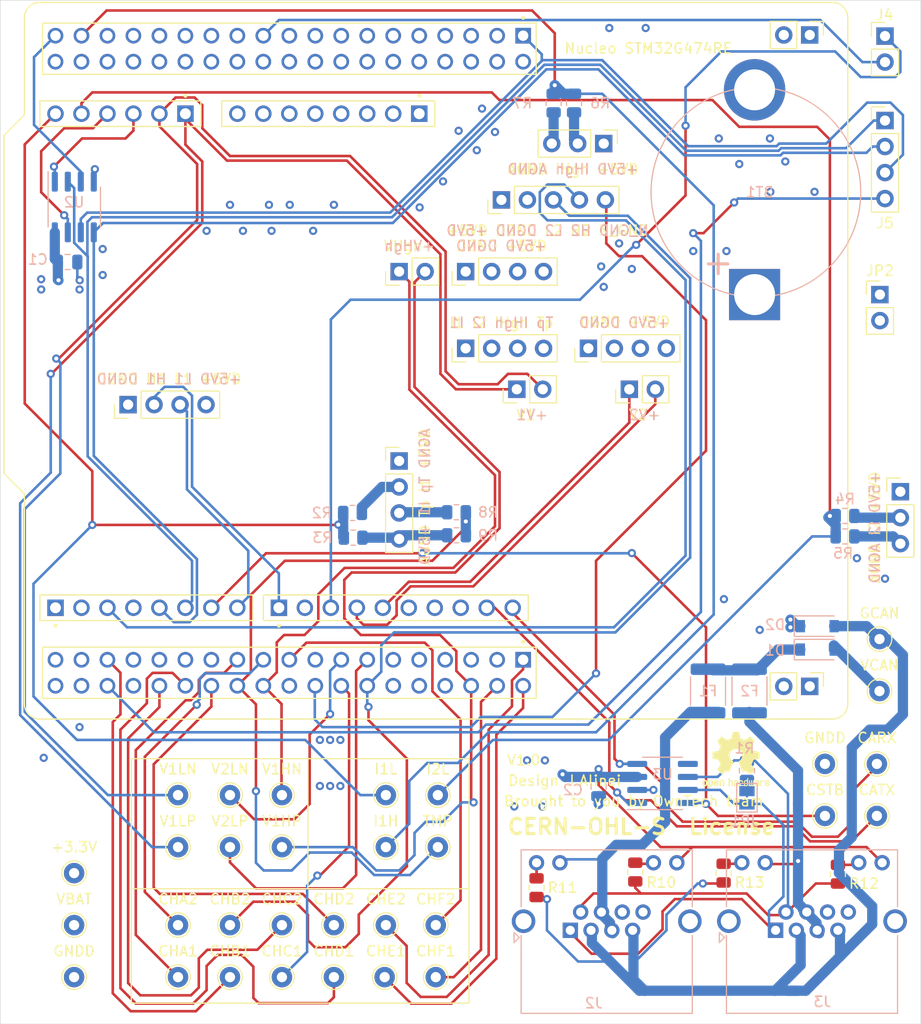
<source format=kicad_pcb>
(kicad_pcb (version 20171130) (host pcbnew 5.1.7-a382d34a8~88~ubuntu20.04.1)
  (layers (0 F.Cu signal hide) (1 In1.Cu signal hide) (2 In2.Cu signal hide) (31 B.Cu signal) (34 B.Paste user hide) (35 F.Paste user hide) (36 B.SilkS user) (37 F.SilkS user hide) (38 B.Mask user hide) (39 F.Mask user hide) (44 Edge.Cuts user))
  (net 0 "")
  (net 1 "Net-(J1-Pad12)")
  (net 2 "Net-(J1-Pad11)")
  (net 3 "Net-(J1-Pad9)")
  (net 4 "Net-(J1-Pad10)")
  (net 5 "Net-(U1-PadCN7_31)")
  (net 6 "Net-(U1-PadCN7_29)")
  (net 7 "Net-(U1-PadCN7_27)")
  (net 8 "Net-(U1-PadCN7_25)")
  (net 9 "Net-(U1-PadCN7_23)")
  (net 10 "Net-(U1-PadCN7_18)")
  (net 11 "Net-(U1-PadCN7_15)")
  (net 12 "Net-(U1-PadCN7_14)")
  (net 13 "Net-(U1-PadCN7_13)")
  (net 14 "Net-(U1-PadCN7_12)")
  (net 15 "Net-(U1-PadCN7_7)")
  (net 16 "Net-(U1-PadCN7_5)")
  (net 17 "Net-(U1-PadCN7_4)")
  (net 18 +BATT)
  (net 19 GNDD)
  (net 20 "Net-(U1-PadCN10_31)")
  (net 21 "Net-(U1-PadCN10_11)")
  (net 22 "Net-(U1-PadCN10_35)")
  (net 23 "Net-(U1-PadCN10_8)")
  (net 24 "Net-(U1-PadCN10_7)")
  (net 25 "Net-(U1-PadCN10_37)")
  (net 26 /HRTIM1_CHB2)
  (net 27 /E5V)
  (net 28 /HRTIM1_CHA1)
  (net 29 /HRTIM1_CHA2)
  (net 30 /HRTIM1_CHB1)
  (net 31 /N_GND)
  (net 32 /V1_low_N)
  (net 33 /V1_low_P)
  (net 34 /V2_low_N)
  (net 35 /V2_low_P)
  (net 36 /V_high_N)
  (net 37 /V_high_P)
  (net 38 /HRTIM1_CHD2)
  (net 39 /HRTIM1_CHF2)
  (net 40 /HRTIM1_CHC2)
  (net 41 /SPI3_MOSI)
  (net 42 /HRTIM1_FLT1)
  (net 43 /CAN1_STB)
  (net 44 /HRTIM1_CHF1)
  (net 45 /FDCAN1_RX)
  (net 46 /HRTIM1_CHE1)
  (net 47 /USART1_TX)
  (net 48 /Temp)
  (net 49 /SPI3_MISO)
  (net 50 /HRTIM1_CHD1)
  (net 51 /HRTIM1_CHC1)
  (net 52 /FDCAN1_TX)
  (net 53 /HRTIM1_CHE2)
  (net 54 /HRTIM_EEV2)
  (net 55 /SPI3_SCK)
  (net 56 /HRTIM_EEV1)
  (net 57 /EEPROM_HOLD)
  (net 58 "Net-(U1-PadCN7_24)")
  (net 59 /EEPROM_WP)
  (net 60 /I1_low)
  (net 61 /I2_low)
  (net 62 /I_high)
  (net 63 +3V3)
  (net 64 /V_BUS_CAN)
  (net 65 "Net-(D1-Pad1)")
  (net 66 /GND_CAN)
  (net 67 "Net-(J2-Pad8)")
  (net 68 "Net-(J2-Pad6)")
  (net 69 /PWR_CAN1)
  (net 70 /CAN_L)
  (net 71 /CAN_H)
  (net 72 "Net-(J3-Pad8)")
  (net 73 "Net-(J3-Pad6)")
  (net 74 /PWR_CAN2)
  (net 75 "Net-(JP1-Pad2)")
  (net 76 /SPI3_CS)
  (net 77 "Net-(U3-Pad5)")
  (net 78 "Net-(BT1-Pad1)")
  (net 79 /HRTIM1_FLT2)
  (net 80 /USART1_RX)
  (net 81 /SPI3_CS2)
  (net 82 "Net-(J2-Pad11)")
  (net 83 "Net-(J2-Pad9)")
  (net 84 "Net-(J3-Pad11)")
  (net 85 "Net-(J3-Pad9)")
  (module TestPoint:TestPoint_THTPad_D2.0mm_Drill1.0mm (layer F.Cu) (at 124.46 88.9 90)
    (fp_text reference TP33 hide)
    (fp_text value TestPoint)
    (pad 1 thru_hole circle (at 0 0 90) (size 2 2) (drill 1) (layers *.Cu *.Mask) (net 66 /GND_CAN))
  )
  (module TestPoint:TestPoint_THTPad_D2.0mm_Drill1.0mm (layer F.Cu) (at 124.46 93.98 90)
    (fp_text reference TP32 hide)
    (fp_text value TestPoint)
    (pad 1 thru_hole circle (at 0 0 90) (size 2 2) (drill 1) (layers *.Cu *.Mask) (net 64 /V_BUS_CAN))
  )
  (module TestPoint:TestPoint_THTPad_D2.0mm_Drill1.0mm (layer F.Cu) (at 81.28 109.22)
    (fp_text reference TP30 hide)
    (fp_text value TestPoint)
    (pad 1 thru_hole circle (at 0 0) (size 2 2) (drill 1) (layers *.Cu *.Mask) (net 48 /Temp))
  )
  (module TestPoint:TestPoint_THTPad_D2.0mm_Drill1.0mm (layer F.Cu) (at 76.2 109.22)
    (fp_text reference TP29 hide)
    (fp_text value TestPoint)
    (pad 1 thru_hole circle (at 0 0) (size 2 2) (drill 1) (layers *.Cu *.Mask) (net 62 /I_high))
  )
  (module TestPoint:TestPoint_THTPad_D2.0mm_Drill1.0mm (layer F.Cu) (at 81.28 104.14)
    (fp_text reference TP28 hide)
    (fp_text value TestPoint)
    (pad 1 thru_hole circle (at 0 0) (size 2 2) (drill 1) (layers *.Cu *.Mask) (net 61 /I2_low))
  )
  (module TestPoint:TestPoint_THTPad_D2.0mm_Drill1.0mm (layer F.Cu) (at 76.2 104.14)
    (fp_text reference TP27 hide)
    (fp_text value TestPoint)
    (pad 1 thru_hole circle (at 0 0) (size 2 2) (drill 1) (layers *.Cu *.Mask) (net 60 /I1_low))
  )
  (module TestPoint:TestPoint_THTPad_D2.0mm_Drill1.0mm (layer F.Cu) (at 66.04 104.14)
    (fp_text reference TP26 hide)
    (fp_text value TestPoint)
    (pad 1 thru_hole circle (at 0 0) (size 2 2) (drill 1) (layers *.Cu *.Mask) (net 36 /V_high_N))
  )
  (module TestPoint:TestPoint_THTPad_D2.0mm_Drill1.0mm (layer F.Cu) (at 66.04 109.22)
    (fp_text reference TP25 hide)
    (fp_text value TestPoint)
    (pad 1 thru_hole circle (at 0 0) (size 2 2) (drill 1) (layers *.Cu *.Mask) (net 37 /V_high_P))
  )
  (module TestPoint:TestPoint_THTPad_D2.0mm_Drill1.0mm (layer F.Cu) (at 60.96 104.14)
    (fp_text reference TP24 hide)
    (fp_text value TestPoint)
    (pad 1 thru_hole circle (at 0 0) (size 2 2) (drill 1) (layers *.Cu *.Mask) (net 34 /V2_low_N))
  )
  (module TestPoint:TestPoint_THTPad_D2.0mm_Drill1.0mm (layer F.Cu) (at 60.96 109.22)
    (fp_text reference TP23 hide)
    (fp_text value TestPoint)
    (pad 1 thru_hole circle (at 0 0) (size 2 2) (drill 1) (layers *.Cu *.Mask) (net 35 /V2_low_P))
  )
  (module TestPoint:TestPoint_THTPad_D2.0mm_Drill1.0mm (layer F.Cu) (at 55.88 104.14)
    (fp_text reference TP22 hide)
    (fp_text value TestPoint)
    (pad 1 thru_hole circle (at 0 0) (size 2 2) (drill 1) (layers *.Cu *.Mask) (net 32 /V1_low_N))
  )
  (module TestPoint:TestPoint_THTPad_D2.0mm_Drill1.0mm (layer F.Cu) (at 55.88 109.22)
    (fp_text reference TP21 hide)
    (fp_text value TestPoint)
    (pad 1 thru_hole circle (at 0 0) (size 2 2) (drill 1) (layers *.Cu *.Mask) (net 33 /V1_low_P))
  )
  (module TestPoint:TestPoint_THTPad_D2.0mm_Drill1.0mm (layer F.Cu) (at 76.2 116.84)
    (fp_text reference TP20 hide)
    (fp_text value TestPoint)
    (pad 1 thru_hole circle (at 0 0) (size 2 2) (drill 1) (layers *.Cu *.Mask) (net 53 /HRTIM1_CHE2))
  )
  (module TestPoint:TestPoint_THTPad_D2.0mm_Drill1.0mm (layer F.Cu) (at 76.08 121.92)
    (fp_text reference TP19 hide)
    (fp_text value TestPoint)
    (pad 1 thru_hole circle (at 0 0) (size 2 2) (drill 1) (layers *.Cu *.Mask) (net 46 /HRTIM1_CHE1))
  )
  (module TestPoint:TestPoint_THTPad_D2.0mm_Drill1.0mm (layer F.Cu) (at 81.08 116.84)
    (fp_text reference TP18 hide)
    (fp_text value TestPoint)
    (pad 1 thru_hole circle (at 0 0) (size 2 2) (drill 1) (layers *.Cu *.Mask) (net 39 /HRTIM1_CHF2))
  )
  (module TestPoint:TestPoint_THTPad_D2.0mm_Drill1.0mm (layer F.Cu) (at 81.08 121.92)
    (fp_text reference TP17 hide)
    (fp_text value TestPoint)
    (pad 1 thru_hole circle (at 0 0) (size 2 2) (drill 1) (layers *.Cu *.Mask) (net 44 /HRTIM1_CHF1))
  )
  (module TestPoint:TestPoint_THTPad_D2.0mm_Drill1.0mm (layer F.Cu) (at 119.126 106.172)
    (fp_text reference TP15 hide)
    (fp_text value TestPoint)
    (pad 1 thru_hole circle (at 0 0) (size 2 2) (drill 1) (layers *.Cu *.Mask) (net 43 /CAN1_STB))
  )
  (module TestPoint:TestPoint_THTPad_D2.0mm_Drill1.0mm (layer F.Cu) (at 124.206 101.092)
    (fp_text reference TP14 hide)
    (fp_text value TestPoint)
    (pad 1 thru_hole circle (at 0 0) (size 2 2) (drill 1) (layers *.Cu *.Mask) (net 45 /FDCAN1_RX))
  )
  (module TestPoint:TestPoint_THTPad_D2.0mm_Drill1.0mm (layer F.Cu) (at 124.206 106.172)
    (fp_text reference TP13 hide)
    (fp_text value TestPoint)
    (pad 1 thru_hole circle (at 0 0) (size 2 2) (drill 1) (layers *.Cu *.Mask) (net 52 /FDCAN1_TX))
  )
  (module TestPoint:TestPoint_THTPad_D2.0mm_Drill1.0mm (layer F.Cu) (at 45.72 121.92)
    (fp_text reference TP12 hide)
    (fp_text value TestPoint)
    (pad 1 thru_hole circle (at 0 0) (size 2 2) (drill 1) (layers *.Cu *.Mask) (net 19 GNDD))
  )
  (module TestPoint:TestPoint_THTPad_D2.0mm_Drill1.0mm (layer F.Cu) (at 71.12 116.84)
    (fp_text reference TP11 hide)
    (fp_text value TestPoint)
    (pad 1 thru_hole circle (at 0 0) (size 2 2) (drill 1) (layers *.Cu *.Mask) (net 38 /HRTIM1_CHD2))
  )
  (module TestPoint:TestPoint_THTPad_D2.0mm_Drill1.0mm (layer F.Cu) (at 71.12 121.92)
    (fp_text reference TP10 hide)
    (fp_text value TestPoint)
    (pad 1 thru_hole circle (at 0 0) (size 2 2) (drill 1) (layers *.Cu *.Mask) (net 50 /HRTIM1_CHD1))
  )
  (module TestPoint:TestPoint_THTPad_D2.0mm_Drill1.0mm (layer F.Cu) (at 66.04 116.84)
    (fp_text reference TP9 hide)
    (fp_text value TestPoint)
    (pad 1 thru_hole circle (at 0 0) (size 2 2) (drill 1) (layers *.Cu *.Mask) (net 40 /HRTIM1_CHC2))
  )
  (module TestPoint:TestPoint_THTPad_D2.0mm_Drill1.0mm (layer F.Cu) (at 66.04 121.92)
    (fp_text reference TP8 hide)
    (fp_text value TestPoint)
    (pad 1 thru_hole circle (at 0 0) (size 2 2) (drill 1) (layers *.Cu *.Mask) (net 51 /HRTIM1_CHC1))
  )
  (module TestPoint:TestPoint_THTPad_D2.0mm_Drill1.0mm (layer F.Cu) (at 60.96 116.84)
    (fp_text reference TP7 hide)
    (fp_text value TestPoint)
    (pad 1 thru_hole circle (at 0 0) (size 2 2) (drill 1) (layers *.Cu *.Mask) (net 26 /HRTIM1_CHB2))
  )
  (module TestPoint:TestPoint_THTPad_D2.0mm_Drill1.0mm (layer F.Cu) (at 60.96 121.92)
    (fp_text reference TP6 hide)
    (fp_text value TestPoint)
    (pad 1 thru_hole circle (at 0 0) (size 2 2) (drill 1) (layers *.Cu *.Mask) (net 30 /HRTIM1_CHB1))
  )
  (module TestPoint:TestPoint_THTPad_D2.0mm_Drill1.0mm (layer F.Cu) (at 55.88 116.84)
    (fp_text reference TP5 hide)
    (fp_text value TestPoint)
    (pad 1 thru_hole circle (at 0 0) (size 2 2) (drill 1) (layers *.Cu *.Mask) (net 29 /HRTIM1_CHA2))
  )
  (module TestPoint:TestPoint_THTPad_D2.0mm_Drill1.0mm (layer F.Cu) (at 55.88 121.92)
    (fp_text reference TP4 hide)
    (fp_text value TestPoint)
    (pad 1 thru_hole circle (at 0 0) (size 2 2) (drill 1) (layers *.Cu *.Mask) (net 28 /HRTIM1_CHA1))
  )
  (module TestPoint:TestPoint_THTPad_D2.0mm_Drill1.0mm (layer F.Cu) (at 45.72 116.84)
    (fp_text reference TP3 hide)
    (fp_text value TestPoint)
    (pad 1 thru_hole circle (at 0 0) (size 2 2) (drill 1) (layers *.Cu *.Mask) (net 18 +BATT))
  )
  (module TestPoint:TestPoint_THTPad_D2.0mm_Drill1.0mm (layer F.Cu) (at 45.72 111.76)
    (fp_text reference TP2 hide)
    (fp_text value TestPoint)
    (pad 1 thru_hole circle (at 0 0) (size 2 2) (drill 1) (layers *.Cu *.Mask) (net 63 +3V3))
  )
  (module TestPoint:TestPoint_THTPad_D2.0mm_Drill1.0mm (layer F.Cu) (at 119.126 101.092)
    (fp_text reference TP1 hide)
    (fp_text value TestPoint)
    (pad 1 thru_hole circle (at 0 0) (size 2 2) (drill 1) (layers *.Cu *.Mask) (net 19 GNDD))
  )
  (module Fuse:Fuse_1812_4532Metric (layer B.Cu) (at 111.75 93.98 90)
    (fp_text reference F2 (at 0 0.01 180) (layer B.SilkS) (effects (justify mirror)))
    (fp_text value 0ZCJ0050AF2E)
    (pad 2 smd roundrect (at 2.1375 0 90) (size 1.125 3.4) (layers B.Cu B.Paste B.Mask) (roundrect_rratio 0.222222) (net 65 "Net-(D1-Pad1)"))
    (pad 1 smd roundrect (at -2.1375 0 90) (size 1.125 3.4) (layers B.Cu B.Paste B.Mask) (roundrect_rratio 0.222222) (net 74 /PWR_CAN2))
  )
  (module Fuse:Fuse_1812_4532Metric (layer B.Cu) (at 107.696 93.98 270)
    (fp_text reference F1 (at 0 0 180) (layer B.SilkS) (effects (justify mirror)))
    (fp_text value 0ZCJ0050AF2E)
    (pad 2 smd roundrect (at 2.1375 0 270) (size 1.125 3.4) (layers B.Cu B.Paste B.Mask) (roundrect_rratio 0.222222) (net 69 /PWR_CAN1))
    (pad 1 smd roundrect (at -2.1375 0 270) (size 1.125 3.4) (layers B.Cu B.Paste B.Mask) (roundrect_rratio 0.222222) (net 65 "Net-(D1-Pad1)"))
  )
  (module Jumper:SolderJumper-2_P1.3mm_Open_Pad1.0x1.5mm (layer B.Cu) (at 111.5 104.4 90)
    (fp_text reference JP1 (at -2.28 -0.248 180) (layer B.SilkS) (effects (justify mirror)))
    (fp_text value Jumper)
    (pad 1 smd rect (at -0.65 0 90) (size 1 1.5) (layers B.Cu B.Mask) (net 71 /CAN_H))
    (pad 2 smd rect (at 0.65 0 90) (size 1 1.5) (layers B.Cu B.Mask) (net 75 "Net-(JP1-Pad2)"))
  )
  (module Resistor_SMD:R_0805_2012Metric (layer F.Cu) (at 109.22 111.76 90)
    (fp_text reference R13 (at -0.9125 2.54 180) (layer F.SilkS))
    (fp_text value 3000)
    (pad 2 smd roundrect (at 0.9125 0 90) (size 1.025 1.4) (layers F.Cu F.Paste F.Mask) (roundrect_rratio 0.243902) (net 85 "Net-(J3-Pad9)"))
    (pad 1 smd roundrect (at -0.9125 0 90) (size 1.025 1.4) (layers F.Cu F.Paste F.Mask) (roundrect_rratio 0.243902) (net 66 /GND_CAN))
  )
  (module Resistor_SMD:R_0805_2012Metric (layer F.Cu) (at 120.396 111.8635 90)
    (fp_text reference R12 (at -0.9125 2.54 180) (layer F.SilkS))
    (fp_text value 330)
    (pad 2 smd roundrect (at 0.9125 0 90) (size 1.025 1.4) (layers F.Cu F.Paste F.Mask) (roundrect_rratio 0.243902) (net 84 "Net-(J3-Pad11)"))
    (pad 1 smd roundrect (at -0.9125 0 90) (size 1.025 1.4) (layers F.Cu F.Paste F.Mask) (roundrect_rratio 0.243902) (net 70 /CAN_L))
  )
  (module Resistor_SMD:R_0805_2012Metric (layer F.Cu) (at 90.932 113.1805 90)
    (fp_text reference R11 (at 0 2.54 180) (layer F.SilkS))
    (fp_text value 3000)
    (pad 2 smd roundrect (at 0.9125 0 90) (size 1.025 1.4) (layers F.Cu F.Paste F.Mask) (roundrect_rratio 0.243902) (net 83 "Net-(J2-Pad9)"))
    (pad 1 smd roundrect (at -0.9125 0 90) (size 1.025 1.4) (layers F.Cu F.Paste F.Mask) (roundrect_rratio 0.243902) (net 66 /GND_CAN))
  )
  (module Resistor_SMD:R_0805_2012Metric (layer F.Cu) (at 100.584 111.6565 90)
    (fp_text reference R10 (at -1.016 2.54 180) (layer F.SilkS))
    (fp_text value 330)
    (pad 2 smd roundrect (at 0.9125 0 90) (size 1.025 1.4) (layers F.Cu F.Paste F.Mask) (roundrect_rratio 0.243902) (net 82 "Net-(J2-Pad11)"))
    (pad 1 smd roundrect (at -0.9125 0 90) (size 1.025 1.4) (layers F.Cu F.Paste F.Mask) (roundrect_rratio 0.243902) (net 70 /CAN_L))
  )
  (module Connector_RJ:RJ45_Amphenol_RJHSE538X (layer B.Cu) (at 114.3 117.344)
    (fp_text reference J3 (at 4.572 6.985) (layer B.SilkS) (effects (justify mirror)))
    (fp_text value RJ45_LED_Shielded)
    (pad 12 thru_hole circle (at 10.42 -6.6) (size 1.5 1.5) (drill 0.89) (layers *.Cu *.Mask) (net 63 +3V3))
    (pad 11 thru_hole circle (at 8.13 -6.6) (size 1.5 1.5) (drill 0.89) (layers *.Cu *.Mask) (net 84 "Net-(J3-Pad11)"))
    (pad 10 thru_hole circle (at -1.01 -6.6) (size 1.5 1.5) (drill 0.89) (layers *.Cu *.Mask) (net 74 /PWR_CAN2))
    (pad 9 thru_hole circle (at -3.3 -6.6) (size 1.5 1.5) (drill 0.89) (layers *.Cu *.Mask) (net 85 "Net-(J3-Pad9)"))
    (pad SH thru_hole circle (at -4.57 -0.89) (size 2.3 2.3) (drill 1.57) (layers *.Cu *.Mask) (net 19 GNDD))
    (pad SH thru_hole circle (at 11.69 -0.89) (size 2.3 2.3) (drill 1.57) (layers *.Cu *.Mask) (net 19 GNDD))
    (pad "" np_thru_hole circle (at 9.91 2.54) (size 3.25 3.25) (drill 3.25) (layers *.Cu *.Mask))
    (pad "" np_thru_hole circle (at -2.79 2.54) (size 3.25 3.25) (drill 3.25) (layers *.Cu *.Mask))
    (pad 8 thru_hole circle (at 7.112 -1.78) (size 1.5 1.5) (drill 0.89) (layers *.Cu *.Mask) (net 72 "Net-(J3-Pad8)"))
    (pad 6 thru_hole circle (at 5.08 -1.78) (size 1.5 1.5) (drill 0.89) (layers *.Cu *.Mask) (net 73 "Net-(J3-Pad6)"))
    (pad 4 thru_hole circle (at 3.048 -1.78) (size 1.5 1.5) (drill 0.89) (layers *.Cu *.Mask) (net 74 /PWR_CAN2))
    (pad 2 thru_hole circle (at 1.016 -1.78) (size 1.5 1.5) (drill 0.89) (layers *.Cu *.Mask) (net 70 /CAN_L))
    (pad 7 thru_hole circle (at 6.096 0) (size 1.5 1.5) (drill 0.89) (layers *.Cu *.Mask) (net 66 /GND_CAN))
    (pad 5 thru_hole circle (at 4.064 0) (size 1.5 1.5) (drill 0.89) (layers *.Cu *.Mask) (net 74 /PWR_CAN2))
    (pad 3 thru_hole circle (at 2.032 0) (size 1.5 1.5) (drill 0.89) (layers *.Cu *.Mask) (net 66 /GND_CAN))
    (pad 1 thru_hole rect (at 0 0) (size 1.5 1.5) (drill 0.89) (layers *.Cu *.Mask) (net 71 /CAN_H))
  )
  (module Connector_RJ:RJ45_Amphenol_RJHSE538X (layer B.Cu) (at 94.23 117.348)
    (fp_text reference J2 (at 2.29 7.112) (layer B.SilkS) (effects (justify mirror)))
    (fp_text value RJ45_LED_Shielded)
    (pad 12 thru_hole circle (at 10.42 -6.6) (size 1.5 1.5) (drill 0.89) (layers *.Cu *.Mask) (net 63 +3V3))
    (pad 11 thru_hole circle (at 8.13 -6.6) (size 1.5 1.5) (drill 0.89) (layers *.Cu *.Mask) (net 82 "Net-(J2-Pad11)"))
    (pad 10 thru_hole circle (at -1.01 -6.6) (size 1.5 1.5) (drill 0.89) (layers *.Cu *.Mask) (net 69 /PWR_CAN1))
    (pad 9 thru_hole circle (at -3.3 -6.6) (size 1.5 1.5) (drill 0.89) (layers *.Cu *.Mask) (net 83 "Net-(J2-Pad9)"))
    (pad SH thru_hole circle (at -4.57 -0.89) (size 2.3 2.3) (drill 1.57) (layers *.Cu *.Mask) (net 19 GNDD))
    (pad SH thru_hole circle (at 11.69 -0.89) (size 2.3 2.3) (drill 1.57) (layers *.Cu *.Mask) (net 19 GNDD))
    (pad "" np_thru_hole circle (at 9.91 2.54) (size 3.25 3.25) (drill 3.25) (layers *.Cu *.Mask))
    (pad "" np_thru_hole circle (at -2.79 2.54) (size 3.25 3.25) (drill 3.25) (layers *.Cu *.Mask))
    (pad 8 thru_hole circle (at 7.112 -1.78) (size 1.5 1.5) (drill 0.89) (layers *.Cu *.Mask) (net 67 "Net-(J2-Pad8)"))
    (pad 6 thru_hole circle (at 5.08 -1.78) (size 1.5 1.5) (drill 0.89) (layers *.Cu *.Mask) (net 68 "Net-(J2-Pad6)"))
    (pad 4 thru_hole circle (at 3.048 -1.78) (size 1.5 1.5) (drill 0.89) (layers *.Cu *.Mask) (net 69 /PWR_CAN1))
    (pad 2 thru_hole circle (at 1.016 -1.78) (size 1.5 1.5) (drill 0.89) (layers *.Cu *.Mask) (net 70 /CAN_L))
    (pad 7 thru_hole circle (at 6.096 0) (size 1.5 1.5) (drill 0.89) (layers *.Cu *.Mask) (net 66 /GND_CAN))
    (pad 5 thru_hole circle (at 4.064 0) (size 1.5 1.5) (drill 0.89) (layers *.Cu *.Mask) (net 69 /PWR_CAN1))
    (pad 3 thru_hole circle (at 2.032 0) (size 1.5 1.5) (drill 0.89) (layers *.Cu *.Mask) (net 66 /GND_CAN))
    (pad 1 thru_hole rect (at 0 0) (size 1.5 1.5) (drill 0.89) (layers *.Cu *.Mask) (net 71 /CAN_H))
  )
  (module Footprints:ST_NUCLEO-G474 (layer F.Cu) (at 80.11 61.71 270)
    (fp_text reference U1 hide)
    (fp_text value NUCLEO-F401RE)
    (pad 2 thru_hole oval (at 31.81 -34.992 270) (size 1.7 1.7) (drill 1) (layers *.Cu *.Mask))
    (pad 1 thru_hole rect (at 31.81 -37.532 270) (size 1.7 1.7) (drill 1) (layers *.Cu *.Mask))
    (pad 1 thru_hole rect (at -31.817 -37.532 270) (size 1.7 1.7) (drill 1) (layers *.Cu *.Mask))
    (pad 2 thru_hole oval (at -31.817 -34.992 270) (size 1.7 1.7) (drill 1) (layers *.Cu *.Mask))
    (pad CN7_10 thru_hole rect (at -24.13 0.65 270) (size 1.605 1.605) (drill 1.07) (layers *.Cu *.Mask))
    (pad CN7_20 thru_hole circle (at -24.13 13.35 270) (size 1.605 1.605) (drill 1.07) (layers *.Cu *.Mask) (net 19 GNDD))
    (pad CN7_22 thru_hole circle (at -24.13 15.89 270) (size 1.605 1.605) (drill 1.07) (layers *.Cu *.Mask) (net 19 GNDD))
    (pad CN7_24 thru_hole circle (at -24.13 18.43 270) (size 1.605 1.605) (drill 1.07) (layers *.Cu *.Mask) (net 58 "Net-(U1-PadCN7_24)"))
    (pad CN10_37 thru_hole rect (at 24.13 36.21 270) (size 1.605 1.605) (drill 1.07) (layers *.Cu *.Mask) (net 25 "Net-(U1-PadCN10_37)"))
    (pad CN10_35 thru_hole circle (at 24.13 33.67 270) (size 1.605 1.605) (drill 1.07) (layers *.Cu *.Mask) (net 22 "Net-(U1-PadCN10_35)"))
    (pad CN10_33 thru_hole circle (at 24.13 31.13 270) (size 1.605 1.605) (drill 1.07) (layers *.Cu *.Mask) (net 30 /HRTIM1_CHB1))
    (pad CN10_31 thru_hole circle (at 24.13 28.59 270) (size 1.605 1.605) (drill 1.07) (layers *.Cu *.Mask) (net 20 "Net-(U1-PadCN10_31)"))
    (pad CN10_29 thru_hole circle (at 24.13 26.05 270) (size 1.605 1.605) (drill 1.07) (layers *.Cu *.Mask) (net 41 /SPI3_MOSI))
    (pad CN10_27 thru_hole circle (at 24.13 23.51 270) (size 1.605 1.605) (drill 1.07) (layers *.Cu *.Mask) (net 49 /SPI3_MISO))
    (pad CN10_25 thru_hole circle (at 24.13 20.97 270) (size 1.605 1.605) (drill 1.07) (layers *.Cu *.Mask) (net 43 /CAN1_STB))
    (pad CN7_12 thru_hole circle (at -24.13 3.19 270) (size 1.605 1.605) (drill 1.07) (layers *.Cu *.Mask) (net 14 "Net-(U1-PadCN7_12)"))
    (pad CN7_14 thru_hole circle (at -24.13 5.73 270) (size 1.605 1.605) (drill 1.07) (layers *.Cu *.Mask) (net 12 "Net-(U1-PadCN7_14)"))
    (pad CN7_16 thru_hole circle (at -24.13 8.27 270) (size 1.605 1.605) (drill 1.07) (layers *.Cu *.Mask) (net 63 +3V3))
    (pad CN7_18 thru_hole circle (at -24.13 10.81 270) (size 1.605 1.605) (drill 1.07) (layers *.Cu *.Mask) (net 10 "Net-(U1-PadCN7_18)"))
    (pad CN10_23 thru_hole circle (at 24.13 18.43 270) (size 1.605 1.605) (drill 1.07) (layers *.Cu *.Mask) (net 28 /HRTIM1_CHA1))
    (pad CN7_28 thru_hole rect (at -24.13 23.51 270) (size 1.605 1.605) (drill 1.07) (layers *.Cu *.Mask) (net 33 /V1_low_P))
    (pad CN7_30 thru_hole circle (at -24.13 26.05 270) (size 1.605 1.605) (drill 1.07) (layers *.Cu *.Mask) (net 32 /V1_low_N))
    (pad CN7_32 thru_hole circle (at -24.13 28.59 270) (size 1.605 1.605) (drill 1.07) (layers *.Cu *.Mask) (net 76 /SPI3_CS))
    (pad CN7_34 thru_hole circle (at -24.13 31.13 270) (size 1.605 1.605) (drill 1.07) (layers *.Cu *.Mask) (net 57 /EEPROM_HOLD))
    (pad CN10_13 thru_hole circle (at 24.13 4.21 270) (size 1.605 1.605) (drill 1.07) (layers *.Cu *.Mask) (net 35 /V2_low_P))
    (pad CN10_11 thru_hole circle (at 24.13 1.67 270) (size 1.605 1.605) (drill 1.07) (layers *.Cu *.Mask) (net 21 "Net-(U1-PadCN10_11)"))
    (pad CN10_9 thru_hole circle (at 24.13 -0.87 270) (size 1.605 1.605) (drill 1.07) (layers *.Cu *.Mask) (net 19 GNDD))
    (pad CN10_7 thru_hole circle (at 24.13 -3.41 270) (size 1.605 1.605) (drill 1.07) (layers *.Cu *.Mask) (net 24 "Net-(U1-PadCN10_7)"))
    (pad CN10_5 thru_hole circle (at 24.13 -5.95 270) (size 1.605 1.605) (drill 1.07) (layers *.Cu *.Mask) (net 52 /FDCAN1_TX))
    (pad CN10_3 thru_hole circle (at 24.13 -8.49 270) (size 1.605 1.605) (drill 1.07) (layers *.Cu *.Mask) (net 45 /FDCAN1_RX))
    (pad CN7_36 thru_hole circle (at -24.13 33.67 270) (size 1.605 1.605) (drill 1.07) (layers *.Cu *.Mask) (net 61 /I2_low))
    (pad CN7_38 thru_hole circle (at -24.13 36.21 270) (size 1.605 1.605) (drill 1.07) (layers *.Cu *.Mask) (net 60 /I1_low))
    (pad CN10_21 thru_hole rect (at 24.13 14.37 270) (size 1.605 1.605) (drill 1.07) (layers *.Cu *.Mask) (net 29 /HRTIM1_CHA2))
    (pad CN10_19 thru_hole circle (at 24.13 11.83 270) (size 1.605 1.605) (drill 1.07) (layers *.Cu *.Mask) (net 39 /HRTIM1_CHF2))
    (pad CN10_17 thru_hole circle (at 24.13 9.29 270) (size 1.605 1.605) (drill 1.07) (layers *.Cu *.Mask) (net 47 /USART1_TX))
    (pad CN10_15 thru_hole circle (at 24.13 6.75 270) (size 1.605 1.605) (drill 1.07) (layers *.Cu *.Mask) (net 34 /V2_low_N))
    (pad None np_thru_hole circle (at 24.13 -12.05 270) (size 3 3) (drill 3) (layers *.Cu *.Mask))
    (pad None np_thru_hole circle (at 8.89 38.75 270) (size 3 3) (drill 3) (layers *.Cu *.Mask))
    (pad CN10_38 thru_hole circle (at 31.75 36.21 270) (size 1.53 1.53) (drill 1.02) (layers *.Cu *.Mask))
    (pad CN10_36 thru_hole circle (at 31.75 33.67 270) (size 1.53 1.53) (drill 1.02) (layers *.Cu *.Mask))
    (pad CN10_35 thru_hole circle (at 29.21 33.67 270) (size 1.53 1.53) (drill 1.02) (layers *.Cu *.Mask) (net 22 "Net-(U1-PadCN10_35)"))
    (pad CN10_34 thru_hole circle (at 31.75 31.13 270) (size 1.53 1.53) (drill 1.02) (layers *.Cu *.Mask) (net 81 /SPI3_CS2))
    (pad CN10_33 thru_hole circle (at 29.21 31.13 270) (size 1.53 1.53) (drill 1.02) (layers *.Cu *.Mask) (net 30 /HRTIM1_CHB1))
    (pad CN10_32 thru_hole circle (at 31.75 28.59 270) (size 1.53 1.53) (drill 1.02) (layers *.Cu *.Mask) (net 19 GNDD))
    (pad CN10_31 thru_hole circle (at 29.21 28.59 270) (size 1.53 1.53) (drill 1.02) (layers *.Cu *.Mask) (net 20 "Net-(U1-PadCN10_31)"))
    (pad CN10_30 thru_hole circle (at 31.75 26.05 270) (size 1.53 1.53) (drill 1.02) (layers *.Cu *.Mask) (net 40 /HRTIM1_CHC2))
    (pad CN10_29 thru_hole circle (at 29.21 26.05 270) (size 1.53 1.53) (drill 1.02) (layers *.Cu *.Mask) (net 41 /SPI3_MOSI))
    (pad CN10_28 thru_hole circle (at 31.75 23.51 270) (size 1.53 1.53) (drill 1.02) (layers *.Cu *.Mask) (net 50 /HRTIM1_CHD1))
    (pad CN10_27 thru_hole circle (at 29.21 23.51 270) (size 1.53 1.53) (drill 1.02) (layers *.Cu *.Mask) (net 49 /SPI3_MISO))
    (pad CN10_26 thru_hole circle (at 31.75 20.97 270) (size 1.53 1.53) (drill 1.02) (layers *.Cu *.Mask) (net 38 /HRTIM1_CHD2))
    (pad CN10_25 thru_hole circle (at 29.21 20.97 270) (size 1.53 1.53) (drill 1.02) (layers *.Cu *.Mask) (net 43 /CAN1_STB))
    (pad CN10_24 thru_hole circle (at 31.75 18.43 270) (size 1.53 1.53) (drill 1.02) (layers *.Cu *.Mask) (net 48 /Temp))
    (pad CN10_23 thru_hole circle (at 29.21 18.43 270) (size 1.53 1.53) (drill 1.02) (layers *.Cu *.Mask) (net 28 /HRTIM1_CHA1))
    (pad CN10_22 thru_hole circle (at 31.75 15.89 270) (size 1.53 1.53) (drill 1.02) (layers *.Cu *.Mask) (net 36 /V_high_N))
    (pad CN10_21 thru_hole circle (at 29.21 15.89 270) (size 1.53 1.53) (drill 1.02) (layers *.Cu *.Mask) (net 29 /HRTIM1_CHA2))
    (pad CN10_20 thru_hole circle (at 31.75 13.35 270) (size 1.53 1.53) (drill 1.02) (layers *.Cu *.Mask) (net 19 GNDD))
    (pad CN10_19 thru_hole circle (at 29.21 13.35 270) (size 1.53 1.53) (drill 1.02) (layers *.Cu *.Mask) (net 39 /HRTIM1_CHF2))
    (pad CN10_18 thru_hole circle (at 31.75 10.81 270) (size 1.53 1.53) (drill 1.02) (layers *.Cu *.Mask) (net 31 /N_GND))
    (pad CN10_17 thru_hole circle (at 29.21 10.81 270) (size 1.53 1.53) (drill 1.02) (layers *.Cu *.Mask) (net 47 /USART1_TX))
    (pad CN10_16 thru_hole circle (at 31.75 8.27 270) (size 1.53 1.53) (drill 1.02) (layers *.Cu *.Mask) (net 51 /HRTIM1_CHC1))
    (pad CN10_15 thru_hole circle (at 29.21 8.27 270) (size 1.53 1.53) (drill 1.02) (layers *.Cu *.Mask) (net 34 /V2_low_N))
    (pad CN10_14 thru_hole circle (at 31.75 5.73 270) (size 1.53 1.53) (drill 1.02) (layers *.Cu *.Mask) (net 26 /HRTIM1_CHB2))
    (pad CN10_13 thru_hole circle (at 29.21 5.73 270) (size 1.53 1.53) (drill 1.02) (layers *.Cu *.Mask) (net 35 /V2_low_P))
    (pad CN10_12 thru_hole circle (at 31.75 3.19 270) (size 1.53 1.53) (drill 1.02) (layers *.Cu *.Mask) (net 42 /HRTIM1_FLT1))
    (pad CN10_11 thru_hole circle (at 29.21 3.19 270) (size 1.53 1.53) (drill 1.02) (layers *.Cu *.Mask) (net 21 "Net-(U1-PadCN10_11)"))
    (pad CN10_10 thru_hole circle (at 31.75 0.65 270) (size 1.53 1.53) (drill 1.02) (layers *.Cu *.Mask))
    (pad CN10_9 thru_hole circle (at 29.21 0.65 270) (size 1.53 1.53) (drill 1.02) (layers *.Cu *.Mask) (net 19 GNDD))
    (pad CN10_8 thru_hole circle (at 31.75 -1.89 270) (size 1.53 1.53) (drill 1.02) (layers *.Cu *.Mask) (net 23 "Net-(U1-PadCN10_8)"))
    (pad CN10_7 thru_hole circle (at 29.21 -1.89 270) (size 1.53 1.53) (drill 1.02) (layers *.Cu *.Mask) (net 24 "Net-(U1-PadCN10_7)"))
    (pad CN10_6 thru_hole circle (at 31.75 -4.43 270) (size 1.53 1.53) (drill 1.02) (layers *.Cu *.Mask) (net 37 /V_high_P))
    (pad CN10_5 thru_hole circle (at 29.21 -4.43 270) (size 1.53 1.53) (drill 1.02) (layers *.Cu *.Mask) (net 52 /FDCAN1_TX))
    (pad CN10_4 thru_hole circle (at 31.75 -6.97 270) (size 1.53 1.53) (drill 1.02) (layers *.Cu *.Mask) (net 44 /HRTIM1_CHF1))
    (pad CN10_3 thru_hole circle (at 29.21 -6.97 270) (size 1.53 1.53) (drill 1.02) (layers *.Cu *.Mask) (net 45 /FDCAN1_RX))
    (pad CN10_2 thru_hole circle (at 31.75 -9.51 270) (size 1.53 1.53) (drill 1.02) (layers *.Cu *.Mask) (net 46 /HRTIM1_CHE1))
    (pad CN10_37 thru_hole circle (at 29.21 36.21 270) (size 1.53 1.53) (drill 1.02) (layers *.Cu *.Mask) (net 25 "Net-(U1-PadCN10_37)"))
    (pad CN10_1 thru_hole rect (at 29.21 -9.51 270) (size 1.53 1.53) (drill 1.02) (layers *.Cu *.Mask) (net 53 /HRTIM1_CHE2))
    (pad CN7_38 thru_hole circle (at -29.21 36.21 270) (size 1.53 1.53) (drill 1.02) (layers *.Cu *.Mask) (net 60 /I1_low))
    (pad CN7_36 thru_hole circle (at -29.21 33.67 270) (size 1.53 1.53) (drill 1.02) (layers *.Cu *.Mask) (net 61 /I2_low))
    (pad CN7_35 thru_hole circle (at -31.75 33.67 270) (size 1.53 1.53) (drill 1.02) (layers *.Cu *.Mask) (net 62 /I_high))
    (pad CN7_34 thru_hole circle (at -29.21 31.13 270) (size 1.53 1.53) (drill 1.02) (layers *.Cu *.Mask) (net 57 /EEPROM_HOLD))
    (pad CN7_33 thru_hole circle (at -31.75 31.13 270) (size 1.53 1.53) (drill 1.02) (layers *.Cu *.Mask) (net 18 +BATT))
    (pad CN7_32 thru_hole circle (at -29.21 28.59 270) (size 1.53 1.53) (drill 1.02) (layers *.Cu *.Mask) (net 76 /SPI3_CS))
    (pad CN7_31 thru_hole circle (at -31.75 28.59 270) (size 1.53 1.53) (drill 1.02) (layers *.Cu *.Mask) (net 5 "Net-(U1-PadCN7_31)"))
    (pad CN7_30 thru_hole circle (at -29.21 26.05 270) (size 1.53 1.53) (drill 1.02) (layers *.Cu *.Mask) (net 32 /V1_low_N))
    (pad CN7_29 thru_hole circle (at -31.75 26.05 270) (size 1.53 1.53) (drill 1.02) (layers *.Cu *.Mask) (net 6 "Net-(U1-PadCN7_29)"))
    (pad CN7_28 thru_hole circle (at -29.21 23.51 270) (size 1.53 1.53) (drill 1.02) (layers *.Cu *.Mask) (net 33 /V1_low_P))
    (pad CN7_27 thru_hole circle (at -31.75 23.51 270) (size 1.53 1.53) (drill 1.02) (layers *.Cu *.Mask) (net 7 "Net-(U1-PadCN7_27)"))
    (pad CN7_26 thru_hole circle (at -29.21 20.97 270) (size 1.53 1.53) (drill 1.02) (layers *.Cu *.Mask))
    (pad CN7_25 thru_hole circle (at -31.75 20.97 270) (size 1.53 1.53) (drill 1.02) (layers *.Cu *.Mask) (net 8 "Net-(U1-PadCN7_25)"))
    (pad CN7_24 thru_hole circle (at -29.21 18.43 270) (size 1.53 1.53) (drill 1.02) (layers *.Cu *.Mask) (net 58 "Net-(U1-PadCN7_24)"))
    (pad CN7_23 thru_hole circle (at -31.75 18.43 270) (size 1.53 1.53) (drill 1.02) (layers *.Cu *.Mask) (net 9 "Net-(U1-PadCN7_23)"))
    (pad CN7_22 thru_hole circle (at -29.21 15.89 270) (size 1.53 1.53) (drill 1.02) (layers *.Cu *.Mask) (net 19 GNDD))
    (pad CN7_21 thru_hole circle (at -31.75 15.89 270) (size 1.53 1.53) (drill 1.02) (layers *.Cu *.Mask) (net 80 /USART1_RX))
    (pad CN7_20 thru_hole circle (at -29.21 13.35 270) (size 1.53 1.53) (drill 1.02) (layers *.Cu *.Mask) (net 19 GNDD))
    (pad CN7_19 thru_hole circle (at -31.75 13.35 270) (size 1.53 1.53) (drill 1.02) (layers *.Cu *.Mask) (net 19 GNDD))
    (pad CN7_18 thru_hole circle (at -29.21 10.81 270) (size 1.53 1.53) (drill 1.02) (layers *.Cu *.Mask) (net 10 "Net-(U1-PadCN7_18)"))
    (pad CN7_17 thru_hole circle (at -31.75 10.81 270) (size 1.53 1.53) (drill 1.02) (layers *.Cu *.Mask) (net 79 /HRTIM1_FLT2))
    (pad CN7_16 thru_hole circle (at -29.21 8.27 270) (size 1.53 1.53) (drill 1.02) (layers *.Cu *.Mask) (net 63 +3V3))
    (pad CN7_15 thru_hole circle (at -31.75 8.27 270) (size 1.53 1.53) (drill 1.02) (layers *.Cu *.Mask) (net 11 "Net-(U1-PadCN7_15)"))
    (pad CN7_14 thru_hole circle (at -29.21 5.73 270) (size 1.53 1.53) (drill 1.02) (layers *.Cu *.Mask) (net 12 "Net-(U1-PadCN7_14)"))
    (pad CN7_13 thru_hole circle (at -31.75 5.73 270) (size 1.53 1.53) (drill 1.02) (layers *.Cu *.Mask) (net 13 "Net-(U1-PadCN7_13)"))
    (pad CN7_12 thru_hole circle (at -29.21 3.19 270) (size 1.53 1.53) (drill 1.02) (layers *.Cu *.Mask) (net 14 "Net-(U1-PadCN7_12)"))
    (pad CN7_11 thru_hole circle (at -31.75 3.19 270) (size 1.53 1.53) (drill 1.02) (layers *.Cu *.Mask))
    (pad CN7_10 thru_hole circle (at -29.21 0.65 270) (size 1.53 1.53) (drill 1.02) (layers *.Cu *.Mask))
    (pad CN7_9 thru_hole circle (at -31.75 0.65 270) (size 1.53 1.53) (drill 1.02) (layers *.Cu *.Mask))
    (pad CN7_8 thru_hole circle (at -29.21 -1.89 270) (size 1.53 1.53) (drill 1.02) (layers *.Cu *.Mask) (net 19 GNDD))
    (pad CN7_7 thru_hole circle (at -31.75 -1.89 270) (size 1.53 1.53) (drill 1.02) (layers *.Cu *.Mask) (net 15 "Net-(U1-PadCN7_7)"))
    (pad CN7_6 thru_hole circle (at -29.21 -4.43 270) (size 1.53 1.53) (drill 1.02) (layers *.Cu *.Mask) (net 27 /E5V))
    (pad CN7_5 thru_hole circle (at -31.75 -4.43 270) (size 1.53 1.53) (drill 1.02) (layers *.Cu *.Mask) (net 16 "Net-(U1-PadCN7_5)"))
    (pad CN7_4 thru_hole circle (at -29.21 -6.97 270) (size 1.53 1.53) (drill 1.02) (layers *.Cu *.Mask) (net 17 "Net-(U1-PadCN7_4)"))
    (pad CN7_3 thru_hole circle (at -31.75 -6.97 270) (size 1.53 1.53) (drill 1.02) (layers *.Cu *.Mask) (net 54 /HRTIM_EEV2))
    (pad CN7_2 thru_hole circle (at -29.21 -9.51 270) (size 1.53 1.53) (drill 1.02) (layers *.Cu *.Mask) (net 56 /HRTIM_EEV1))
    (pad CN7_37 thru_hole circle (at -31.75 36.21 270) (size 1.53 1.53) (drill 1.02) (layers *.Cu *.Mask) (net 59 /EEPROM_WP))
    (pad CN7_1 thru_hole rect (at -31.75 -9.51 270) (size 1.53 1.53) (drill 1.02) (layers *.Cu *.Mask) (net 55 /SPI3_SCK))
  )
  (module Connector_PinHeader_2.54mm:PinHeader_1x04_P2.54mm_Vertical (layer F.Cu) (at 125 38.25)
    (fp_text reference J5 (at 0 10.01) (layer F.SilkS))
    (fp_text value Conn_01x04_Male)
    (pad 4 thru_hole oval (at 0 7.62) (size 1.7 1.7) (drill 1) (layers *.Cu *.Mask) (net 81 /SPI3_CS2))
    (pad 3 thru_hole oval (at 0 5.08) (size 1.7 1.7) (drill 1) (layers *.Cu *.Mask) (net 55 /SPI3_SCK))
    (pad 2 thru_hole oval (at 0 2.54) (size 1.7 1.7) (drill 1) (layers *.Cu *.Mask) (net 41 /SPI3_MOSI))
    (pad 1 thru_hole rect (at 0 0) (size 1.7 1.7) (drill 1) (layers *.Cu *.Mask) (net 49 /SPI3_MISO))
  )
  (module Connector_PinHeader_2.54mm:PinHeader_1x02_P2.54mm_Vertical (layer F.Cu) (at 125 30)
    (fp_text reference J4 (at -0.032 -2.06) (layer F.SilkS))
    (fp_text value Conn_01x02_Male)
    (pad 2 thru_hole oval (at 0 2.54) (size 1.7 1.7) (drill 1) (layers *.Cu *.Mask) (net 80 /USART1_RX))
    (pad 1 thru_hole rect (at 0 0) (size 1.7 1.7) (drill 1) (layers *.Cu *.Mask) (net 47 /USART1_TX))
  )
  (module Diode_SMD:D_SOD-123 (layer B.Cu) (at 118.376 87.638)
    (fp_text reference D2 (at -4.126 -0.138) (layer B.SilkS) (effects (justify mirror)))
    (fp_text value " RBR2MM60BTFTR ")
    (pad 2 smd rect (at 1.65 0) (size 0.9 1.2) (layers B.Cu B.Paste B.Mask) (net 66 /GND_CAN))
    (pad 1 smd rect (at -1.65 0) (size 0.9 1.2) (layers B.Cu B.Paste B.Mask) (net 19 GNDD))
  )
  (module Diode_SMD:D_SOD-123 (layer B.Cu) (at 118.376 89.924)
    (fp_text reference D1 (at -4.126 0.076) (layer B.SilkS) (effects (justify mirror)))
    (fp_text value " RBR2MM60BTFTR ")
    (pad 2 smd rect (at 1.65 0) (size 0.9 1.2) (layers B.Cu B.Paste B.Mask) (net 64 /V_BUS_CAN))
    (pad 1 smd rect (at -1.65 0) (size 0.9 1.2) (layers B.Cu B.Paste B.Mask) (net 65 "Net-(D1-Pad1)"))
  )
  (module Connector_PinHeader_2.54mm:PinHeader_1x02_P2.54mm_Vertical (layer F.Cu) (at 124.5 55.25)
    (fp_text reference JP2 (at 0 -2.33) (layer F.SilkS))
    (fp_text value Jumper)
    (pad 2 thru_hole oval (at 0 2.54) (size 1.7 1.7) (drill 1) (layers *.Cu *.Mask) (net 18 +BATT))
    (pad 1 thru_hole rect (at 0 0) (size 1.7 1.7) (drill 1) (layers *.Cu *.Mask) (net 78 "Net-(BT1-Pad1)"))
  )
  (module Footprints:SOIC-8_3.9x4.9mm_P1.27mm (layer B.Cu) (at 103.25 103)
    (fp_text reference U3 (at 0 -0.892) (layer B.SilkS) (effects (justify mirror)))
    (fp_text value TCAN334GDR)
    (pad 8 smd roundrect (at 2.475 1.905) (size 1.95 0.6) (layers B.Cu B.Paste B.Mask) (net 43 /CAN1_STB))
    (pad 7 smd roundrect (at 2.475 0.635) (size 1.95 0.6) (layers B.Cu B.Paste B.Mask) (net 71 /CAN_H))
    (pad 6 smd roundrect (at 2.475 -0.635) (size 1.95 0.6) (layers B.Cu B.Paste B.Mask) (net 70 /CAN_L))
    (pad 5 smd roundrect (at 2.475 -1.905) (size 1.95 0.6) (layers B.Cu B.Paste B.Mask) (net 77 "Net-(U3-Pad5)"))
    (pad 4 smd roundrect (at -2.475 -1.905) (size 1.95 0.6) (layers B.Cu B.Paste B.Mask) (net 45 /FDCAN1_RX))
    (pad 3 smd roundrect (at -2.475 -0.635) (size 1.95 0.6) (layers B.Cu B.Paste B.Mask) (net 63 +3V3))
    (pad 2 smd roundrect (at -2.475 0.635) (size 1.95 0.6) (layers B.Cu B.Paste B.Mask) (net 19 GNDD))
    (pad 1 smd roundrect (at -2.475 1.905) (size 1.95 0.6) (layers B.Cu B.Paste B.Mask) (net 52 /FDCAN1_TX))
  )
  (module Footprints:SOIC-8_3.9x4.9mm_P1.27mm (layer B.Cu) (at 45.738 46.694 270)
    (fp_text reference U2 (at -0.466 0.018 180) (layer B.SilkS) (effects (justify mirror)))
    (fp_text value AT25xxx)
    (pad 8 smd roundrect (at 2.475 1.905 270) (size 1.95 0.6) (layers B.Cu B.Paste B.Mask) (net 63 +3V3))
    (pad 7 smd roundrect (at 2.475 0.635 270) (size 1.95 0.6) (layers B.Cu B.Paste B.Mask) (net 57 /EEPROM_HOLD))
    (pad 6 smd roundrect (at 2.475 -0.635 270) (size 1.95 0.6) (layers B.Cu B.Paste B.Mask) (net 55 /SPI3_SCK))
    (pad 5 smd roundrect (at 2.475 -1.905 270) (size 1.95 0.6) (layers B.Cu B.Paste B.Mask) (net 41 /SPI3_MOSI))
    (pad 4 smd roundrect (at -2.475 -1.905 270) (size 1.95 0.6) (layers B.Cu B.Paste B.Mask) (net 19 GNDD))
    (pad 3 smd roundrect (at -2.475 -0.635 270) (size 1.95 0.6) (layers B.Cu B.Paste B.Mask) (net 59 /EEPROM_WP))
    (pad 2 smd roundrect (at -2.475 0.635 270) (size 1.95 0.6) (layers B.Cu B.Paste B.Mask) (net 49 /SPI3_MISO))
    (pad 1 smd roundrect (at -2.475 1.905 270) (size 1.95 0.6) (layers B.Cu B.Paste B.Mask) (net 76 /SPI3_CS))
  )
  (module Footprints:CR2032 (layer B.Cu) (at 112.25 45.25 270)
    (fp_text reference BT1 (at 0 -0.5 180) (layer B.SilkS) (effects (justify mirror)))
    (fp_text value Battery_Cell)
    (fp_text user + (at 7 3.75 90) (layer B.SilkS) (effects (font (size 2.5 2.5) (thickness 0.3)) (justify mirror)))
    (pad 2 thru_hole circle (at -10 0 270) (size 6 6) (drill 4) (layers *.Cu *.Mask) (net 19 GNDD))
    (pad 1 thru_hole rect (at 10 0 270) (size 5 5) (drill 4) (layers *.Cu *.Mask) (net 78 "Net-(BT1-Pad1)"))
  )
  (module Footprints:Shield_nucleo_outline (layer F.Cu) (at 38.5 26.5)
    (fp_text reference J1 (at 8.5 -5 180) (layer F.SilkS))
    (fp_text value Shield_nucleo_stage_outline)
    (fp_text user "AGND Tp I1 +5VD" (at 41.5 48.5 270) (layer F.SilkS))
    (fp_text user "+5VD I2 AGND" (at 85.5 51.5 90) (layer B.SilkS) (effects (justify mirror)))
    (fp_text user "AGND I2 +5VD" (at 85.5 51.5 90) (layer F.SilkS))
    (fp_text user "+5VD IHgh AGND" (at 56 16.5) (layer B.SilkS) (effects (justify mirror)))
    (fp_text user "AGND Tp I1 +5VD" (at 41.5 48.5 -90) (layer B.SilkS) (effects (justify mirror)))
    (fp_text user "AGND IHgh +5VD" (at 56 16.5) (layer F.SilkS))
    (fp_text user "N_GND H2 L2 DGND +5VD" (at 53.5 22.5 -180) (layer B.SilkS) (effects (justify mirror)))
    (fp_text user "DGND H1 L1 +5VD" (at 16.5 37 180) (layer F.SilkS))
    (fp_text user "+5VD DGND L2 H2 N_GND" (at 53.5 22.5 180) (layer F.SilkS))
    (fp_text user "+5VD L1 H1 DGND" (at 16.5 37 -180) (layer B.SilkS) (effects (justify mirror)))
    (fp_text user +V1 (at 52 40.5 -180) (layer B.SilkS) (effects (justify mirror)))
    (fp_text user +V2 (at 63 40.5 -180) (layer B.SilkS) (effects (justify mirror)))
    (fp_text user "+5VD DGND" (at 61 31.5 -180) (layer B.SilkS) (effects (justify mirror)))
    (fp_text user "Tp IHgh I2 I1" (at 49 31.5 -180) (layer B.SilkS) (effects (justify mirror)))
    (fp_text user "+5VD DGND" (at 49 24 -180) (layer B.SilkS) (effects (justify mirror)))
    (fp_text user +VHgh (at 40 24 -180) (layer B.SilkS) (effects (justify mirror)))
    (fp_text user V2+ (at 63 40.5 180) (layer F.SilkS))
    (fp_text user V1+ (at 52 40.5 180) (layer F.SilkS))
    (fp_text user "I1 I2 IHgh Tp" (at 49 31.5 180) (layer F.SilkS))
    (fp_text user "DGND +5VD" (at 61.068 31.412 180) (layer F.SilkS))
    (fp_text user "DGND +5VD" (at 49 24 180) (layer F.SilkS))
    (fp_text user VHgh+ (at 40 24 180) (layer F.SilkS))
    (pad 0 thru_hole rect (at 88 48) (size 1.7 1.7) (drill 1) (layers *.Cu *.Mask))
    (pad 16 thru_hole oval (at 39 52.62) (size 1.7 1.7) (drill 1) (layers *.Cu *.Mask) (net 19 GNDD))
    (pad 0 thru_hole rect (at 39 45) (size 1.7 1.7) (drill 1) (layers *.Cu *.Mask))
    (pad 11 thru_hole oval (at 56.46 14 270) (size 1.7 1.7) (drill 1) (layers *.Cu *.Mask) (net 2 "Net-(J1-Pad11)"))
    (pad 16 thru_hole oval (at 88 53.08) (size 1.7 1.7) (drill 1) (layers *.Cu *.Mask) (net 19 GNDD))
    (pad 10 thru_hole oval (at 88 50.54) (size 1.7 1.7) (drill 1) (layers *.Cu *.Mask) (net 4 "Net-(J1-Pad10)"))
    (pad 12 thru_hole oval (at 39 50.08) (size 1.7 1.7) (drill 1) (layers *.Cu *.Mask) (net 1 "Net-(J1-Pad12)"))
    (pad 9 thru_hole oval (at 39 47.54) (size 1.7 1.7) (drill 1) (layers *.Cu *.Mask) (net 3 "Net-(J1-Pad9)"))
    (pad 16 thru_hole oval (at 53.92 14 270) (size 1.7 1.7) (drill 1) (layers *.Cu *.Mask) (net 19 GNDD))
    (pad 0 thru_hole rect (at 59 14 270) (size 1.7 1.7) (drill 1) (layers *.Cu *.Mask))
    (pad 23 thru_hole oval (at 54.08 19.5 90) (size 1.7 1.7) (drill 1) (layers *.Cu *.Mask) (net 26 /HRTIM1_CHB2))
    (pad 14 thru_hole rect (at 12.5 39.5 90) (size 1.7 1.7) (drill 1) (layers *.Cu *.Mask) (net 19 GNDD))
    (pad 15 thru_hole oval (at 20.12 39.5 90) (size 1.7 1.7) (drill 1) (layers *.Cu *.Mask) (net 27 /E5V))
    (pad 20 thru_hole oval (at 17.58 39.5 90) (size 1.7 1.7) (drill 1) (layers *.Cu *.Mask) (net 28 /HRTIM1_CHA1))
    (pad 21 thru_hole oval (at 15.04 39.5 90) (size 1.7 1.7) (drill 1) (layers *.Cu *.Mask) (net 29 /HRTIM1_CHA2))
    (pad 22 thru_hole oval (at 56.62 19.5 90) (size 1.7 1.7) (drill 1) (layers *.Cu *.Mask) (net 30 /HRTIM1_CHB1))
    (pad 15 thru_hole rect (at 49 19.5 90) (size 1.7 1.7) (drill 1) (layers *.Cu *.Mask) (net 27 /E5V))
    (pad 30 thru_hole oval (at 59.16 19.5 90) (size 1.7 1.7) (drill 1) (layers *.Cu *.Mask) (net 31 /N_GND))
    (pad 14 thru_hole oval (at 51.54 19.5 90) (size 1.7 1.7) (drill 1) (layers *.Cu *.Mask) (net 19 GNDD))
    (pad 4 thru_hole oval (at 53.04 38 90) (size 1.7 1.7) (drill 1) (layers *.Cu *.Mask) (net 32 /V1_low_N))
    (pad 3 thru_hole rect (at 50.5 38 90) (size 1.7 1.7) (drill 1) (layers *.Cu *.Mask) (net 33 /V1_low_P))
    (pad 6 thru_hole oval (at 64.04 38 90) (size 1.7 1.7) (drill 1) (layers *.Cu *.Mask) (net 34 /V2_low_N))
    (pad 5 thru_hole rect (at 61.5 38 90) (size 1.7 1.7) (drill 1) (layers *.Cu *.Mask) (net 35 /V2_low_P))
    (pad 8 thru_hole rect (at 39 26.5 90) (size 1.7 1.7) (drill 1) (layers *.Cu *.Mask) (net 36 /V_high_N))
    (pad 7 thru_hole oval (at 41.54 26.5 90) (size 1.7 1.7) (drill 1) (layers *.Cu *.Mask) (net 37 /V_high_P))
    (pad 0 thru_hole oval (at 48.04 34 90) (size 1.7 1.7) (drill 1) (layers *.Cu *.Mask))
    (pad 0 thru_hole rect (at 45.5 34 90) (size 1.7 1.7) (drill 1) (layers *.Cu *.Mask))
    (pad 0 thru_hole oval (at 50.58 34 90) (size 1.7 1.7) (drill 1) (layers *.Cu *.Mask))
    (pad 0 thru_hole oval (at 53.12 34 90) (size 1.7 1.7) (drill 1) (layers *.Cu *.Mask))
    (pad 0 thru_hole oval (at 50.58 26.5 90) (size 1.7 1.7) (drill 1) (layers *.Cu *.Mask))
    (pad 14 thru_hole oval (at 48.04 26.5 90) (size 1.7 1.7) (drill 1) (layers *.Cu *.Mask) (net 19 GNDD))
    (pad 0 thru_hole oval (at 53.12 26.5 90) (size 1.7 1.7) (drill 1) (layers *.Cu *.Mask))
    (pad 14 thru_hole rect (at 45.5 26.5 90) (size 1.7 1.7) (drill 1) (layers *.Cu *.Mask) (net 19 GNDD))
    (pad 15 thru_hole oval (at 62.58 34 90) (size 1.7 1.7) (drill 1) (layers *.Cu *.Mask) (net 27 /E5V))
    (pad 15 thru_hole oval (at 65.12 34 90) (size 1.7 1.7) (drill 1) (layers *.Cu *.Mask) (net 27 /E5V))
    (pad 14 thru_hole rect (at 57.5 34 90) (size 1.7 1.7) (drill 1) (layers *.Cu *.Mask) (net 19 GNDD))
    (pad 14 thru_hole oval (at 60.04 34 90) (size 1.7 1.7) (drill 1) (layers *.Cu *.Mask) (net 19 GNDD))
  )
  (module Resistor_SMD:R_0805_2012Metric (layer B.Cu) (at 83.1035 78.762 180)
    (fp_text reference R9 (at -3.0875 0) (layer B.SilkS) (effects (justify mirror)))
    (fp_text value 39k)
    (pad 2 smd roundrect (at 0.9125 0 180) (size 1.025 1.4) (layers B.Cu B.Paste B.Mask) (roundrect_rratio 0.243902) (net 19 GNDD))
    (pad 1 smd roundrect (at -0.9125 0 180) (size 1.025 1.4) (layers B.Cu B.Paste B.Mask) (roundrect_rratio 0.243902) (net 48 /Temp))
  )
  (module Resistor_SMD:R_0805_2012Metric (layer B.Cu) (at 83.1035 76.512)
    (fp_text reference R8 (at 3.0875 0) (layer B.SilkS) (effects (justify mirror)))
    (fp_text value 20k)
    (pad 2 smd roundrect (at 0.9125 0) (size 1.025 1.4) (layers B.Cu B.Paste B.Mask) (roundrect_rratio 0.243902) (net 48 /Temp))
    (pad 1 smd roundrect (at -0.9125 0) (size 1.025 1.4) (layers B.Cu B.Paste B.Mask) (roundrect_rratio 0.243902) (net 1 "Net-(J1-Pad12)"))
  )
  (module Resistor_SMD:R_0805_2012Metric (layer B.Cu) (at 92.6 36.5475 270)
    (fp_text reference R7 (at 0 3.065 180) (layer B.SilkS) (effects (justify mirror)))
    (fp_text value 39k)
    (pad 2 smd roundrect (at 0.9125 0 270) (size 1.025 1.4) (layers B.Cu B.Paste B.Mask) (roundrect_rratio 0.243902) (net 19 GNDD))
    (pad 1 smd roundrect (at -0.9125 0 270) (size 1.025 1.4) (layers B.Cu B.Paste B.Mask) (roundrect_rratio 0.243902) (net 62 /I_high))
  )
  (module Resistor_SMD:R_0805_2012Metric (layer B.Cu) (at 94.6 36.5475 90)
    (fp_text reference R6 (at 0 2.555 180) (layer B.SilkS) (effects (justify mirror)))
    (fp_text value 20k)
    (pad 2 smd roundrect (at 0.9125 0 90) (size 1.025 1.4) (layers B.Cu B.Paste B.Mask) (roundrect_rratio 0.243902) (net 62 /I_high))
    (pad 1 smd roundrect (at -0.9125 0 90) (size 1.025 1.4) (layers B.Cu B.Paste B.Mask) (roundrect_rratio 0.243902) (net 2 "Net-(J1-Pad11)"))
  )
  (module Resistor_SMD:R_0805_2012Metric (layer B.Cu) (at 121.0875 78.873)
    (fp_text reference R5 (at -0.1835 1.65) (layer B.SilkS) (effects (justify mirror)))
    (fp_text value 39k)
    (pad 2 smd roundrect (at 0.9125 0) (size 1.025 1.4) (layers B.Cu B.Paste B.Mask) (roundrect_rratio 0.243902) (net 19 GNDD))
    (pad 1 smd roundrect (at -0.9125 0) (size 1.025 1.4) (layers B.Cu B.Paste B.Mask) (roundrect_rratio 0.243902) (net 61 /I2_low))
  )
  (module Resistor_SMD:R_0805_2012Metric (layer B.Cu) (at 121.0875 76.873 180)
    (fp_text reference R4 (at 0 1.65) (layer B.SilkS) (effects (justify mirror)))
    (fp_text value 20k)
    (pad 2 smd roundrect (at 0.9125 0 180) (size 1.025 1.4) (layers B.Cu B.Paste B.Mask) (roundrect_rratio 0.243902) (net 61 /I2_low))
    (pad 1 smd roundrect (at -0.9125 0 180) (size 1.025 1.4) (layers B.Cu B.Paste B.Mask) (roundrect_rratio 0.243902) (net 4 "Net-(J1-Pad10)"))
  )
  (module Resistor_SMD:R_0805_2012Metric (layer B.Cu) (at 73.0015 78.994)
    (fp_text reference R3 (at -3 0) (layer B.SilkS) (effects (justify mirror)))
    (fp_text value 39k)
    (pad 2 smd roundrect (at 0.9125 0) (size 1.025 1.4) (layers B.Cu B.Paste B.Mask) (roundrect_rratio 0.243902) (net 19 GNDD))
    (pad 1 smd roundrect (at -0.9125 0) (size 1.025 1.4) (layers B.Cu B.Paste B.Mask) (roundrect_rratio 0.243902) (net 60 /I1_low))
  )
  (module Resistor_SMD:R_0805_2012Metric (layer B.Cu) (at 72.94 76.578 180)
    (fp_text reference R2 (at 3 0) (layer B.SilkS) (effects (justify mirror)))
    (fp_text value 20k)
    (pad 2 smd roundrect (at 0.9125 0 180) (size 1.025 1.4) (layers B.Cu B.Paste B.Mask) (roundrect_rratio 0.243902) (net 60 /I1_low))
    (pad 1 smd roundrect (at -0.9125 0 180) (size 1.025 1.4) (layers B.Cu B.Paste B.Mask) (roundrect_rratio 0.243902) (net 3 "Net-(J1-Pad9)"))
  )
  (module Resistor_SMD:R_0805_2012Metric (layer B.Cu) (at 111.5 101.75 90)
    (fp_text reference R1 (at 2.182 -0.248 180) (layer B.SilkS) (effects (justify mirror)))
    (fp_text value 120)
    (pad 2 smd roundrect (at 0.9125 0 90) (size 1.025 1.4) (layers B.Cu B.Paste B.Mask) (roundrect_rratio 0.243902) (net 70 /CAN_L))
    (pad 1 smd roundrect (at -0.9125 0 90) (size 1.025 1.4) (layers B.Cu B.Paste B.Mask) (roundrect_rratio 0.243902) (net 75 "Net-(JP1-Pad2)"))
  )
  (module Capacitor_SMD:C_0805_2012Metric (layer B.Cu) (at 97 103.3 270)
    (fp_text reference C2 (at 0.332 2.512 180) (layer B.SilkS) (effects (justify mirror)))
    (fp_text value 100nF)
    (pad 2 smd roundrect (at 0.95 0 270) (size 1 1.45) (layers B.Cu B.Paste B.Mask) (net 19 GNDD))
    (pad 1 smd roundrect (at -0.95 0 270) (size 1 1.45) (layers B.Cu B.Paste B.Mask) (net 63 +3V3))
  )
  (module Capacitor_SMD:C_0805_2012Metric (layer B.Cu) (at 45.085 52.07)
    (fp_text reference C1 (at -2.921 -0.254) (layer B.SilkS) (effects (justify mirror)))
    (fp_text value 100nF)
    (pad 2 smd roundrect (at 0.95 0) (size 1 1.45) (layers B.Cu B.Paste B.Mask) (net 19 GNDD))
    (pad 1 smd roundrect (at -0.95 0) (size 1 1.45) (layers B.Cu B.Paste B.Mask) (net 63 +3V3))
  )
  (module Symbol:OSHW-Logo2_7.3x6mm_SilkScreen (layer F.Cu) (at 110.43 100.726)
    (fp_text reference REF** hide)
    (fp_text value OSHW-Logo2_7.3x6mm_SilkScreen hide)
  )
  (gr_text "CATX\n" (at 124.206 103.632) (layer F.SilkS) (effects (font (size 1 1))))
  (gr_text GCAN (at 124.46 86.36) (layer F.SilkS) (effects (font (size 1 1))))
  (gr_text "VCAN\n" (at 124.46 91.44) (layer F.SilkS) (effects (font (size 1 1))))
  (gr_text "CARX\n" (at 124.206 98.552) (layer F.SilkS) (effects (font (size 1 1))))
  (gr_text "GNDD\n" (at 119.126 98.552) (layer F.SilkS) (effects (font (size 1 1))))
  (gr_text CSTB (at 119.126 103.632) (layer F.SilkS) (effects (font (size 1 1))))
  (gr_text GNDD (at 45.72 119.38) (layer F.SilkS) (effects (font (size 1 1))))
  (gr_text VBAT (at 45.72 114.3) (layer F.SilkS) (effects (font (size 1 1))))
  (gr_text +3.3V (at 45.72 109.22) (layer F.SilkS) (effects (font (size 1 1))))
  (gr_line (start 78.83 80.45) (end 76.17 80.45) (layer F.SilkS) (width 0.12))
  (gr_text V1LN (at 55.88 101.6) (layer F.SilkS) (effects (font (size 1 1))))
  (gr_text V1LP (at 55.88 106.68) (layer F.SilkS) (effects (font (size 1 1))))
  (gr_text V2LP (at 60.96 106.68) (layer F.SilkS) (effects (font (size 1 1))))
  (gr_text V2LN (at 60.96 101.6) (layer F.SilkS) (effects (font (size 1 1))))
  (gr_text V1HN (at 66.04 101.6) (layer F.SilkS) (effects (font (size 1 1))))
  (gr_text V1HP (at 66.04 106.68) (layer F.SilkS) (effects (font (size 1 1))))
  (gr_text I2L (at 81.28 101.6) (layer F.SilkS) (effects (font (size 1 1))))
  (gr_text "I1L\n" (at 76.2 101.6) (layer F.SilkS) (effects (font (size 1 1))))
  (gr_text I1H (at 76.2 106.68) (layer F.SilkS) (effects (font (size 1 1))))
  (gr_text TMP (at 81.28 106.68) (layer F.SilkS) (effects (font (size 1 1))))
  (gr_text CHF1 (at 81.08 119.38) (layer F.SilkS) (effects (font (size 1 1))))
  (gr_text CHF2 (at 81.08 114.3) (layer F.SilkS) (effects (font (size 1 1))))
  (gr_text CHE1 (at 76.2 119.38) (layer F.SilkS) (effects (font (size 1 1))))
  (gr_text CHE2 (at 76.2 114.3) (layer F.SilkS) (effects (font (size 1 1))))
  (gr_text CHD1 (at 71.12 119.38) (layer F.SilkS) (effects (font (size 1 1))))
  (gr_text CHD2 (at 71.12 114.3) (layer F.SilkS) (effects (font (size 1 1))))
  (gr_text CHC1 (at 66.04 119.38) (layer F.SilkS) (effects (font (size 1 1))))
  (gr_text CHC2 (at 66.04 114.3) (layer F.SilkS) (effects (font (size 1 1))))
  (gr_text CHB2 (at 60.96 114.3) (layer F.SilkS) (effects (font (size 1 1))))
  (gr_text "CHB1\n" (at 60.96 119.38) (layer F.SilkS) (effects (font (size 1 1))))
  (gr_text CHA1 (at 55.88 119.38) (layer F.SilkS) (effects (font (size 1 1))))
  (gr_text CHA2 (at 55.88 114.3) (layer F.SilkS) (effects (font (size 1 1))))
  (gr_line (start 84.328 124.46) (end 51.308 124.46) (layer F.SilkS) (width 0.12))
  (gr_line (start 84.328 113.284) (end 84.328 124.46) (layer F.SilkS) (width 0.12))
  (gr_line (start 51.308 113.284) (end 51.308 124.46) (layer F.SilkS) (width 0.12))
  (gr_line (start 51.308 113.284) (end 68.58 113.284) (layer F.SilkS) (width 0.12))
  (gr_line (start 51.308 100.584) (end 51.308 113.284) (layer F.SilkS) (width 0.12))
  (gr_line (start 68.58 100.584) (end 51.308 100.584) (layer F.SilkS) (width 0.12))
  (gr_line (start 68.58 100.584) (end 68.834 100.584) (layer F.SilkS) (width 0.12))
  (gr_line (start 68.58 113.284) (end 68.58 100.584) (layer F.SilkS) (width 0.12))
  (gr_line (start 84.328 113.284) (end 68.58 113.284) (layer F.SilkS) (width 0.12))
  (gr_line (start 84.328 100.584) (end 84.328 113.284) (layer F.SilkS) (width 0.12))
  (gr_line (start 68.834 100.584) (end 84.328 100.584) (layer F.SilkS) (width 0.12))
  (gr_text "Nucleo STM32G474RE\n\n" (at 101.854 32.004) (layer F.SilkS) (effects (font (size 1 1))))
  (gr_text "V1.0\n" (at 89.68 100.726) (layer F.SilkS) (effects (font (size 1 1))))
  (gr_text "Design J.Alinei\n" (at 93.68 102.726) (layer F.SilkS) (effects (font (size 1 1))))
  (gr_text "CERN-OHL-S  License\n" (at 101.18 107.226) (layer F.SilkS) (effects (font (size 1.5 1.5) (thickness 0.3))))
  (gr_text "Brought to you by OwnTech team" (at 100.43 104.726) (layer F.SilkS) (effects (font (size 1 1))))
  (gr_line (start 38.5 126.5) (end 128.5 126.5) (layer Edge.Cuts) (width 0.05))
  (gr_line (start 128.5 26.5) (end 38.5 26.5) (layer Edge.Cuts) (width 0.05))
  (gr_line (start 128.5 126.5) (end 128.5 26.5) (layer Edge.Cuts) (width 0.05))
  (gr_line (start 38.5 26.5) (end 38.5 126.5) (layer Edge.Cuts) (width 0.05))
  (segment (start 77.568 76.512) (end 77.5 76.58) (width 1) (layer B.Cu) (net 1))
  (segment (start 82.191 76.512) (end 77.568 76.512) (width 1) (layer B.Cu) (net 1))
  (segment (start 94.6 40.14) (end 94.96 40.5) (width 1) (layer B.Cu) (net 2))
  (segment (start 94.6 37.46) (end 94.6 40.14) (width 1) (layer B.Cu) (net 2))
  (segment (start 77.5 74.04) (end 75.82 74.04) (width 1) (layer B.Cu) (net 3))
  (segment (start 73.8525 76.0075) (end 73.8525 76.578) (width 1) (layer B.Cu) (net 3))
  (segment (start 75.82 74.04) (end 73.8525 76.0075) (width 1) (layer B.Cu) (net 3))
  (segment (start 122.167 77.04) (end 122 76.873) (width 1) (layer B.Cu) (net 4))
  (segment (start 126.5 77.04) (end 122.167 77.04) (width 1) (layer B.Cu) (net 4))
  (via (at 58.674 49.022) (size 0.8) (drill 0.4) (layers F.Cu B.Cu) (net 19))
  (segment (start 46.035 52.07) (end 46.035 53.61801) (width 0.25) (layer B.Cu) (net 19))
  (via (at 46.26499 53.848) (size 0.8) (drill 0.4) (layers F.Cu B.Cu) (net 19))
  (segment (start 46.035 53.61801) (end 46.26499 53.848) (width 0.25) (layer B.Cu) (net 19))
  (via (at 115.75 87.75) (size 0.8) (drill 0.4) (layers F.Cu B.Cu) (net 19))
  (via (at 97 105) (size 0.8) (drill 0.4) (layers F.Cu B.Cu) (net 19))
  (segment (start 97 104.25) (end 97 105) (width 1) (layer B.Cu) (net 19))
  (via (at 65.024 49.022) (size 0.8) (drill 0.4) (layers F.Cu B.Cu) (net 19))
  (via (at 79.502 46.736) (size 0.8) (drill 0.4) (layers F.Cu B.Cu) (net 19))
  (via (at 81.788 44.196) (size 0.8) (drill 0.4) (layers F.Cu B.Cu) (net 19))
  (via (at 69.75 98.75) (size 0.8) (drill 0.4) (layers F.Cu B.Cu) (net 19))
  (via (at 70.75 98.75) (size 0.8) (drill 0.4) (layers F.Cu B.Cu) (net 19))
  (via (at 71.75 98.75) (size 0.8) (drill 0.4) (layers F.Cu B.Cu) (net 19))
  (via (at 69.75 103.25) (size 0.8) (drill 0.4) (layers F.Cu B.Cu) (net 19))
  (via (at 70.75 103.25) (size 0.8) (drill 0.4) (layers F.Cu B.Cu) (net 19))
  (via (at 71.75 103.25) (size 0.8) (drill 0.4) (layers F.Cu B.Cu) (net 19))
  (via (at 113.792 45.212) (size 0.8) (drill 0.4) (layers F.Cu B.Cu) (net 19))
  (via (at 118.11 45.212) (size 0.8) (drill 0.4) (layers F.Cu B.Cu) (net 19))
  (via (at 106.25 51) (size 0.8) (drill 0.4) (layers F.Cu B.Cu) (net 19))
  (via (at 109.5 51) (size 0.8) (drill 0.4) (layers F.Cu B.Cu) (net 19))
  (via (at 109.25 85) (size 0.8) (drill 0.4) (layers F.Cu B.Cu) (net 19))
  (via (at 112.75 88) (size 0.8) (drill 0.4) (layers F.Cu B.Cu) (net 19))
  (via (at 48.514 53.34) (size 0.8) (drill 0.4) (layers F.Cu B.Cu) (net 19))
  (via (at 48.514 50.8) (size 0.8) (drill 0.4) (layers F.Cu B.Cu) (net 19))
  (via (at 46.25 54.75) (size 0.8) (drill 0.4) (layers F.Cu B.Cu) (net 19))
  (via (at 42.5 54.75) (size 0.8) (drill 0.4) (layers F.Cu B.Cu) (net 19))
  (via (at 42.5 53.75) (size 0.8) (drill 0.4) (layers F.Cu B.Cu) (net 19))
  (segment (start 115.862 87.638) (end 115.75 87.75) (width 1) (layer B.Cu) (net 19))
  (segment (start 116.726 87.638) (end 115.862 87.638) (width 1) (layer B.Cu) (net 19))
  (via (at 115.75 87) (size 0.8) (drill 0.4) (layers F.Cu B.Cu) (net 19))
  (segment (start 116.388 87.638) (end 115.75 87) (width 1) (layer B.Cu) (net 19))
  (segment (start 116.726 87.638) (end 116.388 87.638) (width 1) (layer B.Cu) (net 19))
  (segment (start 47.643 44.219) (end 47.643 43.107) (width 0.25) (layer B.Cu) (net 19))
  (segment (start 47.643 43.107) (end 47.75 43) (width 0.25) (layer B.Cu) (net 19))
  (via (at 47.75 43) (size 0.8) (drill 0.4) (layers F.Cu B.Cu) (net 19))
  (via (at 113.75 40) (size 0.8) (drill 0.4) (layers F.Cu B.Cu) (net 19))
  (via (at 108.75 40) (size 0.8) (drill 0.4) (layers F.Cu B.Cu) (net 19))
  (via (at 110.75 42.5) (size 0.8) (drill 0.4) (layers F.Cu B.Cu) (net 19))
  (via (at 115.25 42.25) (size 0.8) (drill 0.4) (layers F.Cu B.Cu) (net 19))
  (via (at 83.312 39.25) (size 0.8) (drill 0.4) (layers F.Cu B.Cu) (net 19))
  (via (at 85.598 37.084) (size 0.8) (drill 0.4) (layers F.Cu B.Cu) (net 19))
  (via (at 86.868 39.37) (size 0.8) (drill 0.4) (layers F.Cu B.Cu) (net 19))
  (via (at 85.09 41.148) (size 0.8) (drill 0.4) (layers F.Cu B.Cu) (net 19))
  (via (at 69.088 49.022) (size 0.8) (drill 0.4) (layers F.Cu B.Cu) (net 19))
  (via (at 66.802 46.482) (size 0.8) (drill 0.4) (layers F.Cu B.Cu) (net 19))
  (via (at 91.75 100.75) (size 0.8) (drill 0.4) (layers F.Cu B.Cu) (net 19))
  (via (at 90 100.75) (size 0.8) (drill 0.4) (layers F.Cu B.Cu) (net 19))
  (via (at 88.75 105.25) (size 0.8) (drill 0.4) (layers F.Cu B.Cu) (net 19))
  (via (at 91.5 105.25) (size 0.8) (drill 0.4) (layers F.Cu B.Cu) (net 19))
  (via (at 46.25 97.5) (size 0.8) (drill 0.4) (layers F.Cu B.Cu) (net 19))
  (via (at 42.75 100.5) (size 0.8) (drill 0.4) (layers F.Cu B.Cu) (net 19))
  (via (at 122.25 81) (size 0.8) (drill 0.4) (layers F.Cu B.Cu) (net 19))
  (via (at 125 83) (size 0.8) (drill 0.4) (layers F.Cu B.Cu) (net 19))
  (segment (start 92.6 40.32) (end 92.42 40.5) (width 1) (layer B.Cu) (net 19))
  (segment (start 92.6 37.46) (end 92.6 40.32) (width 1) (layer B.Cu) (net 19))
  (segment (start 125.793 78.873) (end 126.5 79.58) (width 1) (layer B.Cu) (net 19))
  (segment (start 77.858 78.762) (end 77.5 79.12) (width 1) (layer B.Cu) (net 19))
  (segment (start 82.191 78.762) (end 77.858 78.762) (width 1) (layer B.Cu) (net 19))
  (segment (start 77.374 78.994) (end 77.5 79.12) (width 1) (layer B.Cu) (net 19))
  (segment (start 73.914 78.994) (end 77.374 78.994) (width 1) (layer B.Cu) (net 19))
  (segment (start 122.623 78.873) (end 122.75 79) (width 0.25) (layer B.Cu) (net 19))
  (segment (start 122 78.873) (end 122.623 78.873) (width 0.25) (layer B.Cu) (net 19))
  (segment (start 122.627 78.873) (end 125.793 78.873) (width 1) (layer B.Cu) (net 19))
  (segment (start 122 78.873) (end 122.627 78.873) (width 1) (layer B.Cu) (net 19))
  (via (at 97.25 52.5) (size 0.8) (drill 0.4) (layers F.Cu B.Cu) (net 19))
  (via (at 99 50.25) (size 0.8) (drill 0.4) (layers F.Cu B.Cu) (net 19))
  (via (at 97.5 54.5) (size 0.8) (drill 0.4) (layers F.Cu B.Cu) (net 19))
  (via (at 100.25 52.75) (size 0.8) (drill 0.4) (layers F.Cu B.Cu) (net 19))
  (via (at 71.12 46.482) (size 0.8) (drill 0.4) (layers F.Cu B.Cu) (net 19))
  (segment (start 100.775 103.635) (end 102.359 103.635) (width 0.25) (layer B.Cu) (net 19))
  (via (at 102.359 103.635) (size 0.8) (drill 0.4) (layers F.Cu B.Cu) (net 19))
  (via (at 64.77 46.482) (size 0.8) (drill 0.4) (layers F.Cu B.Cu) (net 19))
  (via (at 60.96 46.482) (size 0.8) (drill 0.4) (layers F.Cu B.Cu) (net 19))
  (via (at 62.23 49.022) (size 0.8) (drill 0.4) (layers F.Cu B.Cu) (net 19))
  (via (at 98.044 29.21) (size 0.8) (drill 0.4) (layers F.Cu B.Cu) (net 19))
  (via (at 101.6 29.21) (size 0.8) (drill 0.4) (layers F.Cu B.Cu) (net 19))
  (segment (start 60.96 116.84) (end 63.246 114.554) (width 0.25) (layer F.Cu) (net 26))
  (segment (start 78.25 111.11359) (end 78.25 100.573002) (width 0.25) (layer F.Cu) (net 26))
  (segment (start 74.38 93.46) (end 74.38 95.404986) (width 0.25) (layer B.Cu) (net 26))
  (via (at 74.500004 95.52499) (size 0.8) (drill 0.4) (layers F.Cu B.Cu) (net 26))
  (segment (start 63.246 114.554) (end 67.31 114.554) (width 0.25) (layer F.Cu) (net 26))
  (segment (start 78.25 100.573002) (end 74.500004 96.823006) (width 0.25) (layer F.Cu) (net 26))
  (segment (start 74.38 95.404986) (end 74.500004 95.52499) (width 0.25) (layer B.Cu) (net 26))
  (segment (start 68.58 118.33) (end 69.25 119) (width 0.25) (layer F.Cu) (net 26))
  (segment (start 74.500004 96.823006) (end 74.500004 95.52499) (width 0.25) (layer F.Cu) (net 26))
  (segment (start 68.58 115.824) (end 68.58 118.33) (width 0.25) (layer F.Cu) (net 26))
  (segment (start 73.549989 117.700011) (end 73.549989 115.8136) (width 0.25) (layer F.Cu) (net 26))
  (segment (start 67.31 114.554) (end 68.58 115.824) (width 0.25) (layer F.Cu) (net 26))
  (segment (start 69.25 119) (end 72.25 119) (width 0.25) (layer F.Cu) (net 26))
  (segment (start 72.25 119) (end 73.549989 117.700011) (width 0.25) (layer F.Cu) (net 26))
  (segment (start 73.549989 115.8136) (end 78.25 111.11359) (width 0.25) (layer F.Cu) (net 26))
  (segment (start 105.950011 80.9364) (end 105.950011 53.639438) (width 0.25) (layer B.Cu) (net 26))
  (segment (start 98.636411 88.25) (end 105.950011 80.9364) (width 0.25) (layer B.Cu) (net 26))
  (segment (start 105.950011 53.639438) (end 99.860562 47.549989) (width 0.25) (layer B.Cu) (net 26))
  (segment (start 99.860562 47.549989) (end 94.129989 47.549989) (width 0.25) (layer B.Cu) (net 26))
  (segment (start 75.75 89.5) (end 77 88.25) (width 0.25) (layer B.Cu) (net 26))
  (segment (start 75.75 92.09) (end 75.75 89.5) (width 0.25) (layer B.Cu) (net 26))
  (segment (start 77 88.25) (end 98.636411 88.25) (width 0.25) (layer B.Cu) (net 26))
  (segment (start 94.129989 47.549989) (end 92.58 46) (width 0.25) (layer B.Cu) (net 26))
  (segment (start 74.38 93.46) (end 75.75 92.09) (width 0.25) (layer B.Cu) (net 26))
  (segment (start 60.915001 91.684999) (end 61.68 90.92) (width 0.25) (layer F.Cu) (net 28))
  (segment (start 55.88 121.92) (end 51.75 117.79) (width 0.25) (layer F.Cu) (net 28))
  (segment (start 56.625 94.875) (end 57.125 94.875) (width 0.25) (layer F.Cu) (net 28))
  (segment (start 58.607 92.202) (end 60.398 92.202) (width 0.25) (layer F.Cu) (net 28))
  (segment (start 51.75 117.79) (end 51.75 99.75) (width 0.25) (layer F.Cu) (net 28))
  (segment (start 51.75 99.75) (end 56.625 94.875) (width 0.25) (layer F.Cu) (net 28))
  (segment (start 57.912 92.897) (end 58.607 92.202) (width 0.25) (layer F.Cu) (net 28))
  (segment (start 57.912 94.088) (end 57.912 92.897) (width 0.25) (layer F.Cu) (net 28))
  (segment (start 57.125 94.875) (end 57.912 94.088) (width 0.25) (layer F.Cu) (net 28))
  (segment (start 60.398 92.202) (end 60.915001 91.684999) (width 0.25) (layer F.Cu) (net 28))
  (segment (start 62.75 84.77) (end 61.68 85.84) (width 0.25) (layer B.Cu) (net 28))
  (segment (start 56.75 74.276) (end 62.75 80.276) (width 0.25) (layer B.Cu) (net 28))
  (segment (start 56.75 66.67) (end 56.75 74.276) (width 0.25) (layer B.Cu) (net 28))
  (segment (start 62.75 80.276) (end 62.75 84.77) (width 0.25) (layer B.Cu) (net 28))
  (segment (start 56.08 66) (end 56.75 66.67) (width 0.25) (layer B.Cu) (net 28))
  (segment (start 53.54 65.285) (end 53.54 66) (width 0.25) (layer B.Cu) (net 29))
  (segment (start 54.563 64.262) (end 53.54 65.285) (width 0.25) (layer B.Cu) (net 29))
  (segment (start 56.388 64.262) (end 54.563 64.262) (width 0.25) (layer B.Cu) (net 29))
  (segment (start 57.255001 74.019001) (end 57.255001 65.129001) (width 0.25) (layer B.Cu) (net 29))
  (segment (start 64.008 80.772) (end 57.255001 74.019001) (width 0.25) (layer B.Cu) (net 29))
  (segment (start 57.255001 65.129001) (end 56.388 64.262) (width 0.25) (layer B.Cu) (net 29))
  (segment (start 64.22 90.92) (end 64.008 90.708) (width 0.25) (layer B.Cu) (net 29))
  (segment (start 64.008 80.772) (end 64.022 80.772) (width 0.25) (layer B.Cu) (net 29))
  (segment (start 65.74 82.49) (end 65.74 85.84) (width 0.25) (layer B.Cu) (net 29))
  (segment (start 64.022 80.772) (end 65.74 82.49) (width 0.25) (layer B.Cu) (net 29))
  (segment (start 58 92.75) (end 58 94.75) (width 0.25) (layer B.Cu) (net 29))
  (segment (start 58 94.75) (end 57.690001 95.059999) (width 0.25) (layer B.Cu) (net 29))
  (segment (start 58.5 92.25) (end 58 92.75) (width 0.25) (layer B.Cu) (net 29))
  (segment (start 62.89 92.25) (end 58.5 92.25) (width 0.25) (layer B.Cu) (net 29))
  (segment (start 64.22 90.92) (end 62.89 92.25) (width 0.25) (layer B.Cu) (net 29))
  (segment (start 52.635989 113.595989) (end 52.635989 100.38933) (width 0.25) (layer F.Cu) (net 29))
  (segment (start 52.635989 100.38933) (end 57.711046 95.314273) (width 0.25) (layer F.Cu) (net 29))
  (segment (start 55.88 116.84) (end 52.635989 113.595989) (width 0.25) (layer F.Cu) (net 29))
  (via (at 57.711046 95.314273) (size 0.8) (drill 0.4) (layers F.Cu B.Cu) (net 29))
  (segment (start 60.96 121.92) (end 60.96 122.174) (width 0.25) (layer F.Cu) (net 30))
  (segment (start 50.25 92.19) (end 48.98 90.92) (width 0.25) (layer F.Cu) (net 30))
  (segment (start 49.5 96.998) (end 50.25 96.248) (width 0.25) (layer F.Cu) (net 30))
  (segment (start 50.25 96.248) (end 50.25 92.19) (width 0.25) (layer F.Cu) (net 30))
  (segment (start 49.5 123.5) (end 49.5 96.998) (width 0.25) (layer F.Cu) (net 30))
  (segment (start 57.63 125.25) (end 51.25 125.25) (width 0.25) (layer F.Cu) (net 30))
  (segment (start 51.25 125.25) (end 49.5 123.5) (width 0.25) (layer F.Cu) (net 30))
  (segment (start 60.96 121.92) (end 57.63 125.25) (width 0.25) (layer F.Cu) (net 30))
  (segment (start 91.25 45.25) (end 92 44.5) (width 0.25) (layer B.Cu) (net 30))
  (segment (start 91.25 47.25) (end 91.25 45.25) (width 0.25) (layer B.Cu) (net 30))
  (segment (start 92 48) (end 91.25 47.25) (width 0.25) (layer B.Cu) (net 30))
  (segment (start 92 44.5) (end 93.62 44.5) (width 0.25) (layer B.Cu) (net 30))
  (segment (start 99.674162 48) (end 92 48) (width 0.25) (layer B.Cu) (net 30))
  (segment (start 105.5 53.825838) (end 99.674162 48) (width 0.25) (layer B.Cu) (net 30))
  (segment (start 50.89 87.75) (end 98.5 87.75) (width 0.25) (layer B.Cu) (net 30))
  (segment (start 48.98 85.84) (end 50.89 87.75) (width 0.25) (layer B.Cu) (net 30))
  (segment (start 93.62 44.5) (end 95.12 46) (width 0.25) (layer B.Cu) (net 30))
  (segment (start 98.5 87.75) (end 105.5 80.75) (width 0.25) (layer B.Cu) (net 30))
  (segment (start 105.5 80.75) (end 105.5 53.825838) (width 0.25) (layer B.Cu) (net 30))
  (via (at 96.75 92.25) (size 0.8) (drill 0.4) (layers F.Cu B.Cu) (net 31))
  (segment (start 96.75 81.25) (end 96.75 92.25) (width 0.25) (layer F.Cu) (net 31))
  (segment (start 107.5 70.5) (end 96.75 81.25) (width 0.25) (layer F.Cu) (net 31))
  (segment (start 101.25 51.5) (end 107.5 57.75) (width 0.25) (layer F.Cu) (net 31))
  (segment (start 99 51.5) (end 101.25 51.5) (width 0.25) (layer F.Cu) (net 31))
  (segment (start 97.75 50.25) (end 99 51.5) (width 0.25) (layer F.Cu) (net 31))
  (segment (start 97.75 46.09) (end 97.75 50.25) (width 0.25) (layer F.Cu) (net 31))
  (segment (start 107.5 57.75) (end 107.5 70.5) (width 0.25) (layer F.Cu) (net 31))
  (segment (start 97.66 46) (end 97.75 46.09) (width 0.25) (layer F.Cu) (net 31))
  (segment (start 69.25 93.51) (end 69.3 93.46) (width 0.25) (layer B.Cu) (net 31))
  (segment (start 70 97.5) (end 69.25 96.75) (width 0.25) (layer B.Cu) (net 31))
  (segment (start 84.5 97.5) (end 70 97.5) (width 0.25) (layer B.Cu) (net 31))
  (segment (start 85.5 96.5) (end 84.5 97.5) (width 0.25) (layer B.Cu) (net 31))
  (segment (start 92.5 96.5) (end 85.5 96.5) (width 0.25) (layer B.Cu) (net 31))
  (segment (start 69.25 96.75) (end 69.25 93.51) (width 0.25) (layer B.Cu) (net 31))
  (segment (start 96.75 92.25) (end 92.5 96.5) (width 0.25) (layer B.Cu) (net 31))
  (segment (start 58.25 36.75) (end 57.5 36) (width 0.25) (layer F.Cu) (net 32))
  (segment (start 58.25 39) (end 58.25 36.75) (width 0.25) (layer F.Cu) (net 32))
  (segment (start 72.701989 41.713989) (end 60.963989 41.713989) (width 0.25) (layer F.Cu) (net 32))
  (segment (start 82.042 51.054) (end 72.701989 41.713989) (width 0.25) (layer F.Cu) (net 32))
  (segment (start 82.042 62.738) (end 82.042 51.054) (width 0.25) (layer F.Cu) (net 32))
  (segment (start 83.312 64.008) (end 82.042 62.738) (width 0.25) (layer F.Cu) (net 32))
  (segment (start 87.122 64.008) (end 83.312 64.008) (width 0.25) (layer F.Cu) (net 32))
  (segment (start 55.64 36) (end 54.06 37.58) (width 0.25) (layer F.Cu) (net 32))
  (segment (start 60.963989 41.713989) (end 58.25 39) (width 0.25) (layer F.Cu) (net 32))
  (segment (start 88.138 62.992) (end 87.122 64.008) (width 0.25) (layer F.Cu) (net 32))
  (segment (start 57.5 36) (end 55.64 36) (width 0.25) (layer F.Cu) (net 32))
  (segment (start 90.032 62.992) (end 88.138 62.992) (width 0.25) (layer F.Cu) (net 32))
  (segment (start 91.54 64.5) (end 90.032 62.992) (width 0.25) (layer F.Cu) (net 32))
  (segment (start 57.75 42.5) (end 57.75 47.97468) (width 0.25) (layer F.Cu) (net 32))
  (segment (start 44.374349 61.900329) (end 43.97435 61.50033) (width 0.25) (layer B.Cu) (net 32))
  (segment (start 54.06 38.81) (end 57.75 42.5) (width 0.25) (layer F.Cu) (net 32))
  (segment (start 54.06 37.58) (end 54.06 38.81) (width 0.25) (layer F.Cu) (net 32))
  (segment (start 44.374349 72.71965) (end 44.374349 61.900329) (width 0.25) (layer B.Cu) (net 32))
  (segment (start 44.22435 61.50033) (end 43.97435 61.50033) (width 0.25) (layer F.Cu) (net 32))
  (segment (start 49.022 104.14) (end 40.894 96.012) (width 0.25) (layer B.Cu) (net 32))
  (via (at 43.97435 61.50033) (size 0.8) (drill 0.4) (layers F.Cu B.Cu) (net 32))
  (segment (start 57.75 47.97468) (end 44.22435 61.50033) (width 0.25) (layer F.Cu) (net 32))
  (segment (start 40.894 76.199999) (end 44.374349 72.71965) (width 0.25) (layer B.Cu) (net 32))
  (segment (start 55.88 104.14) (end 49.022 104.14) (width 0.25) (layer B.Cu) (net 32))
  (segment (start 40.894 96.012) (end 40.894 76.199999) (width 0.25) (layer B.Cu) (net 32))
  (via (at 43.433986 62.992) (size 0.8) (drill 0.4) (layers F.Cu B.Cu) (net 33))
  (segment (start 55.88 109.22) (end 53.34 109.22) (width 0.25) (layer B.Cu) (net 33))
  (segment (start 40.443991 75.634009) (end 43.433986 72.644014) (width 0.25) (layer B.Cu) (net 33))
  (segment (start 43.433986 72.644014) (end 43.433986 62.992) (width 0.25) (layer B.Cu) (net 33))
  (segment (start 53.34 109.22) (end 40.443991 96.323991) (width 0.25) (layer B.Cu) (net 33))
  (segment (start 40.443991 96.323991) (end 40.443991 75.634009) (width 0.25) (layer B.Cu) (net 33))
  (segment (start 56.6 38.1) (end 56.6 37.58) (width 0.25) (layer F.Cu) (net 33))
  (segment (start 72.39 42.164) (end 60.664 42.164) (width 0.25) (layer F.Cu) (net 33))
  (segment (start 81.534 51.308) (end 72.39 42.164) (width 0.25) (layer F.Cu) (net 33))
  (segment (start 81.534 62.992) (end 81.534 51.308) (width 0.25) (layer F.Cu) (net 33))
  (segment (start 60.664 42.164) (end 56.6 38.1) (width 0.25) (layer F.Cu) (net 33))
  (segment (start 83.042 64.5) (end 81.534 62.992) (width 0.25) (layer F.Cu) (net 33))
  (segment (start 89 64.5) (end 83.042 64.5) (width 0.25) (layer F.Cu) (net 33))
  (segment (start 56.6 40.6) (end 56.6 37.58) (width 0.25) (layer F.Cu) (net 33))
  (segment (start 58.25 42.25) (end 56.6 40.6) (width 0.25) (layer F.Cu) (net 33))
  (segment (start 58.25 48.25) (end 58.25 42.25) (width 0.25) (layer F.Cu) (net 33))
  (segment (start 43.433986 62.992) (end 43.508 62.992) (width 0.25) (layer F.Cu) (net 33))
  (segment (start 43.508 62.992) (end 58.25 48.25) (width 0.25) (layer F.Cu) (net 33))
  (segment (start 73.36 86.86) (end 73.36 85.84) (width 0.25) (layer F.Cu) (net 34))
  (segment (start 74 87.5) (end 73.36 86.86) (width 0.25) (layer F.Cu) (net 34))
  (segment (start 76.329351 87.5) (end 74 87.5) (width 0.25) (layer F.Cu) (net 34))
  (segment (start 77.25 86.579351) (end 76.329351 87.5) (width 0.25) (layer F.Cu) (net 34))
  (segment (start 77.25 85.12641) (end 77.25 86.579351) (width 0.25) (layer F.Cu) (net 34))
  (segment (start 78.62641 83.75) (end 77.25 85.12641) (width 0.25) (layer F.Cu) (net 34))
  (segment (start 84.75 83.75) (end 78.62641 83.75) (width 0.25) (layer F.Cu) (net 34))
  (segment (start 102.54 65.96) (end 84.75 83.75) (width 0.25) (layer F.Cu) (net 34))
  (segment (start 102.54 64.5) (end 102.54 65.96) (width 0.25) (layer F.Cu) (net 34))
  (via (at 70.75 96.22501) (size 0.8) (drill 0.4) (layers F.Cu B.Cu) (net 34))
  (segment (start 70.75 92.01) (end 71.84 90.92) (width 0.25) (layer B.Cu) (net 34))
  (segment (start 70.75 96.22501) (end 70.75 92.01) (width 0.25) (layer B.Cu) (net 34))
  (segment (start 68.75 105) (end 68.75 98.22501) (width 0.25) (layer F.Cu) (net 34))
  (segment (start 63.32 106.5) (end 67.25 106.5) (width 0.25) (layer F.Cu) (net 34))
  (segment (start 68.75 98.22501) (end 70.75 96.22501) (width 0.25) (layer F.Cu) (net 34))
  (segment (start 67.25 106.5) (end 68.75 105) (width 0.25) (layer F.Cu) (net 34))
  (segment (start 60.96 104.14) (end 63.32 106.5) (width 0.25) (layer F.Cu) (net 34))
  (segment (start 74.5 90.8) (end 74.38 90.92) (width 0.25) (layer F.Cu) (net 35))
  (segment (start 78.440011 83.299989) (end 75.9 85.84) (width 0.25) (layer F.Cu) (net 35))
  (segment (start 84.450011 83.299989) (end 78.440011 83.299989) (width 0.25) (layer F.Cu) (net 35))
  (segment (start 100 67.75) (end 84.450011 83.299989) (width 0.25) (layer F.Cu) (net 35))
  (segment (start 100 64.5) (end 100 67.75) (width 0.25) (layer F.Cu) (net 35))
  (segment (start 73.289999 92.010001) (end 74.38 90.92) (width 0.25) (layer F.Cu) (net 35))
  (segment (start 73.289999 111.960001) (end 73.289999 92.010001) (width 0.25) (layer F.Cu) (net 35))
  (segment (start 72 113.25) (end 73.289999 111.960001) (width 0.25) (layer F.Cu) (net 35))
  (segment (start 63.5 113.25) (end 72 113.25) (width 0.25) (layer F.Cu) (net 35))
  (segment (start 60.96 110.71) (end 63.5 113.25) (width 0.25) (layer F.Cu) (net 35))
  (segment (start 60.96 109.22) (end 60.96 110.71) (width 0.25) (layer F.Cu) (net 35))
  (segment (start 66 95.24) (end 66 104.1) (width 0.25) (layer F.Cu) (net 36))
  (segment (start 66 104.1) (end 66.04 104.14) (width 0.25) (layer F.Cu) (net 36))
  (segment (start 64.22 93.46) (end 66 95.24) (width 0.25) (layer F.Cu) (net 36))
  (segment (start 65.532 92.148) (end 64.22 93.46) (width 0.25) (layer F.Cu) (net 36))
  (segment (start 82.802987 81.947013) (end 72.166576 81.947013) (width 0.25) (layer F.Cu) (net 36))
  (segment (start 65.532 89.218) (end 65.532 92.148) (width 0.25) (layer F.Cu) (net 36))
  (segment (start 86.868 77.882) (end 82.802987 81.947013) (width 0.25) (layer F.Cu) (net 36))
  (segment (start 86.868 72.898) (end 86.868 77.882) (width 0.25) (layer F.Cu) (net 36))
  (segment (start 78.5 64.53) (end 86.868 72.898) (width 0.25) (layer F.Cu) (net 36))
  (segment (start 78.5 54) (end 78.5 64.53) (width 0.25) (layer F.Cu) (net 36))
  (segment (start 66.25 88.5) (end 65.532 89.218) (width 0.25) (layer F.Cu) (net 36))
  (segment (start 68.25 88.5) (end 66.25 88.5) (width 0.25) (layer F.Cu) (net 36))
  (segment (start 69.596 87.154) (end 68.25 88.5) (width 0.25) (layer F.Cu) (net 36))
  (segment (start 69.596 84.517589) (end 69.596 87.154) (width 0.25) (layer F.Cu) (net 36))
  (segment (start 72.166576 81.947013) (end 69.596 84.517589) (width 0.25) (layer F.Cu) (net 36))
  (segment (start 77.5 53) (end 78.5 54) (width 0.25) (layer F.Cu) (net 36))
  (segment (start 84.54 93.46) (end 84.54 104.61502) (width 0.25) (layer F.Cu) (net 37))
  (via (at 84.77499 104.85001) (size 0.8) (drill 0.4) (layers F.Cu B.Cu) (net 37))
  (segment (start 84.54 104.61502) (end 84.77499 104.85001) (width 0.25) (layer F.Cu) (net 37))
  (segment (start 81.5 88.5) (end 83.090001 90.090001) (width 0.25) (layer F.Cu) (net 37))
  (segment (start 73.75 88.5) (end 81.5 88.5) (width 0.25) (layer F.Cu) (net 37))
  (segment (start 72.136 86.886) (end 73.75 88.5) (width 0.25) (layer F.Cu) (net 37))
  (segment (start 72.136 83.114) (end 72.136 86.886) (width 0.25) (layer F.Cu) (net 37))
  (segment (start 72.852976 82.397024) (end 72.136 83.114) (width 0.25) (layer F.Cu) (net 37))
  (segment (start 83.090001 90.090001) (end 83.090001 92.010001) (width 0.25) (layer F.Cu) (net 37))
  (segment (start 82.989387 82.397024) (end 72.852976 82.397024) (width 0.25) (layer F.Cu) (net 37))
  (segment (start 87.318011 78.0684) (end 82.989387 82.397024) (width 0.25) (layer F.Cu) (net 37))
  (segment (start 87.31801 72.58601) (end 87.318011 78.0684) (width 0.25) (layer F.Cu) (net 37))
  (segment (start 79 64.268) (end 87.31801 72.58601) (width 0.25) (layer F.Cu) (net 37))
  (segment (start 79 54.04) (end 79 64.268) (width 0.25) (layer F.Cu) (net 37))
  (segment (start 83.090001 92.010001) (end 84.54 93.46) (width 0.25) (layer F.Cu) (net 37))
  (segment (start 80.04 53) (end 79 54.04) (width 0.25) (layer F.Cu) (net 37))
  (segment (start 81.75 106.75) (end 83.64999 104.85001) (width 0.25) (layer B.Cu) (net 37))
  (segment (start 80.084499 106.75) (end 81.75 106.75) (width 0.25) (layer B.Cu) (net 37))
  (segment (start 79 107.834499) (end 80.084499 106.75) (width 0.25) (layer B.Cu) (net 37))
  (segment (start 83.64999 104.85001) (end 84.77499 104.85001) (width 0.25) (layer B.Cu) (net 37))
  (segment (start 79 110) (end 79 107.834499) (width 0.25) (layer B.Cu) (net 37))
  (segment (start 77.5 111.5) (end 79 110) (width 0.25) (layer B.Cu) (net 37))
  (segment (start 75.25 111.5) (end 77.5 111.5) (width 0.25) (layer B.Cu) (net 37))
  (segment (start 72.97 109.22) (end 75.25 111.5) (width 0.25) (layer B.Cu) (net 37))
  (segment (start 66.04 109.22) (end 72.97 109.22) (width 0.25) (layer B.Cu) (net 37))
  (segment (start 68.072 113.792) (end 71.12 116.84) (width 0.25) (layer F.Cu) (net 38))
  (segment (start 54.102 113.792) (end 68.072 113.792) (width 0.25) (layer F.Cu) (net 38))
  (segment (start 53.5 101.128998) (end 53.5 113.19) (width 0.25) (layer F.Cu) (net 38))
  (segment (start 59.14 95.488998) (end 53.5 101.128998) (width 0.25) (layer F.Cu) (net 38))
  (segment (start 53.5 113.19) (end 54.102 113.792) (width 0.25) (layer F.Cu) (net 38))
  (segment (start 59.14 93.46) (end 59.14 95.488998) (width 0.25) (layer F.Cu) (net 38))
  (segment (start 68.43 89.25) (end 66.76 90.92) (width 0.25) (layer F.Cu) (net 39))
  (segment (start 80 89.25) (end 68.43 89.25) (width 0.25) (layer F.Cu) (net 39))
  (segment (start 80.75 90) (end 80 89.25) (width 0.25) (layer F.Cu) (net 39))
  (segment (start 80.75 94) (end 80.75 90) (width 0.25) (layer F.Cu) (net 39))
  (segment (start 83.5 96.75) (end 80.75 94) (width 0.25) (layer F.Cu) (net 39))
  (segment (start 83.5 114.42) (end 83.5 96.75) (width 0.25) (layer F.Cu) (net 39))
  (segment (start 81.08 116.84) (end 83.5 114.42) (width 0.25) (layer F.Cu) (net 39))
  (segment (start 51 98.606) (end 54.06 95.546) (width 0.25) (layer F.Cu) (net 40))
  (segment (start 52.197999 123.697999) (end 51 122.5) (width 0.25) (layer F.Cu) (net 40))
  (segment (start 54.06 95.546) (end 54.06 93.46) (width 0.25) (layer F.Cu) (net 40))
  (segment (start 51 122.5) (end 51 98.606) (width 0.25) (layer F.Cu) (net 40))
  (segment (start 57.15 123.697999) (end 52.197999 123.697999) (width 0.25) (layer F.Cu) (net 40))
  (segment (start 57.911999 122.936) (end 57.15 123.697999) (width 0.25) (layer F.Cu) (net 40))
  (segment (start 57.911999 120.088001) (end 57.911999 122.936) (width 0.25) (layer F.Cu) (net 40))
  (segment (start 58.75 119.25) (end 57.911999 120.088001) (width 0.25) (layer F.Cu) (net 40))
  (segment (start 63.63 119.25) (end 58.75 119.25) (width 0.25) (layer F.Cu) (net 40))
  (segment (start 66.04 116.84) (end 63.63 119.25) (width 0.25) (layer F.Cu) (net 40))
  (segment (start 55.47 87.25) (end 54.862499 86.642499) (width 0.25) (layer B.Cu) (net 41))
  (segment (start 57 87.25) (end 55.47 87.25) (width 0.25) (layer B.Cu) (net 41))
  (segment (start 57.727501 86.522499) (end 57 87.25) (width 0.25) (layer B.Cu) (net 41))
  (segment (start 47.643 49.169) (end 47.643 71.00659) (width 0.25) (layer B.Cu) (net 41))
  (segment (start 47.643 71.00659) (end 57.727501 81.091091) (width 0.25) (layer B.Cu) (net 41))
  (segment (start 57.727501 81.091091) (end 57.727501 86.522499) (width 0.25) (layer B.Cu) (net 41))
  (segment (start 54.862499 86.642499) (end 54.06 85.84) (width 0.25) (layer B.Cu) (net 41))
  (segment (start 123.187897 41.400022) (end 123.797919 40.79) (width 0.25) (layer B.Cu) (net 41))
  (segment (start 115.026976 41.400022) (end 123.187897 41.400022) (width 0.25) (layer B.Cu) (net 41))
  (segment (start 114.776976 41.650022) (end 115.026976 41.400022) (width 0.25) (layer B.Cu) (net 41))
  (segment (start 105.3772 41.650022) (end 114.776976 41.650022) (width 0.25) (layer B.Cu) (net 41))
  (segment (start 96.97718 33.25) (end 105.3772 41.650022) (width 0.25) (layer B.Cu) (net 41))
  (segment (start 91.88641 33.25) (end 96.97718 33.25) (width 0.25) (layer B.Cu) (net 41))
  (segment (start 76.87641 48.26) (end 91.88641 33.25) (width 0.25) (layer B.Cu) (net 41))
  (segment (start 48.552 48.26) (end 76.87641 48.26) (width 0.25) (layer B.Cu) (net 41))
  (segment (start 123.797919 40.79) (end 125 40.79) (width 0.25) (layer B.Cu) (net 41))
  (segment (start 47.643 49.169) (end 48.552 48.26) (width 0.25) (layer B.Cu) (net 41))
  (via (at 79.756 80.518016) (size 0.8) (drill 0.4) (layers F.Cu B.Cu) (net 43))
  (segment (start 64.481984 80.518016) (end 79.756 80.518016) (width 0.25) (layer F.Cu) (net 43))
  (segment (start 59.16 85.84) (end 64.481984 80.518016) (width 0.25) (layer F.Cu) (net 43))
  (segment (start 59.14 85.84) (end 59.16 85.84) (width 0.25) (layer F.Cu) (net 43))
  (segment (start 100.231984 80.518016) (end 100.25 80.5) (width 0.25) (layer B.Cu) (net 43))
  (segment (start 79.756 80.518016) (end 100.231984 80.518016) (width 0.25) (layer B.Cu) (net 43))
  (via (at 100.25 80.5) (size 0.8) (drill 0.4) (layers F.Cu B.Cu) (net 43))
  (segment (start 107.5 87.75) (end 107.5 105) (width 0.25) (layer F.Cu) (net 43))
  (segment (start 107.405 104.905) (end 107.5 105) (width 0.25) (layer B.Cu) (net 43))
  (segment (start 105.725 104.905) (end 107.405 104.905) (width 0.25) (layer B.Cu) (net 43))
  (segment (start 108.672 106.172) (end 107.5 105) (width 0.25) (layer F.Cu) (net 43))
  (segment (start 119.126 106.172) (end 108.672 106.172) (width 0.25) (layer F.Cu) (net 43))
  (segment (start 100.25 80.5) (end 107.5 87.75) (width 0.25) (layer F.Cu) (net 43))
  (via (at 107.5 105) (size 0.8) (drill 0.4) (layers F.Cu B.Cu) (net 43))
  (segment (start 82.83 121.92) (end 81.08 121.92) (width 0.25) (layer F.Cu) (net 44))
  (segment (start 85.5 119.25) (end 82.83 121.92) (width 0.25) (layer F.Cu) (net 44))
  (segment (start 87.08 93.46) (end 85.5 95.04) (width 0.25) (layer F.Cu) (net 44))
  (segment (start 85.5 95.04) (end 85.5 119.25) (width 0.25) (layer F.Cu) (net 44))
  (via (at 99.06 101.092) (size 0.8) (drill 0.4) (layers F.Cu B.Cu) (net 45))
  (segment (start 99.063 101.095) (end 99.06 101.092) (width 0.25) (layer B.Cu) (net 45))
  (segment (start 100.775 101.095) (end 99.063 101.095) (width 0.25) (layer B.Cu) (net 45))
  (segment (start 88.6 86.35) (end 88.6 85.84) (width 0.25) (layer F.Cu) (net 45))
  (segment (start 98.552 96.302) (end 88.6 86.35) (width 0.25) (layer F.Cu) (net 45))
  (segment (start 98.552 100.584) (end 98.552 96.302) (width 0.25) (layer F.Cu) (net 45))
  (segment (start 99.06 101.092) (end 98.552 100.584) (width 0.25) (layer F.Cu) (net 45))
  (segment (start 124.206 101.346) (end 124.206 101.092) (width 0.25) (layer F.Cu) (net 45))
  (segment (start 121.92 106.68) (end 121.92 103.632) (width 0.25) (layer F.Cu) (net 45))
  (segment (start 120.396 108.204) (end 121.92 106.68) (width 0.25) (layer F.Cu) (net 45))
  (segment (start 121.92 103.632) (end 124.206 101.346) (width 0.25) (layer F.Cu) (net 45))
  (segment (start 105.213989 106.737989) (end 116.389989 106.737989) (width 0.25) (layer F.Cu) (net 45))
  (segment (start 99.06 101.092) (end 101.342 101.092) (width 0.25) (layer F.Cu) (net 45))
  (segment (start 103.25 104.774) (end 105.213989 106.737989) (width 0.25) (layer F.Cu) (net 45))
  (segment (start 117.856 108.204) (end 120.396 108.204) (width 0.25) (layer F.Cu) (net 45))
  (segment (start 101.342 101.092) (end 103.25 103) (width 0.25) (layer F.Cu) (net 45))
  (segment (start 116.389989 106.737989) (end 117.856 108.204) (width 0.25) (layer F.Cu) (net 45))
  (segment (start 103.25 103) (end 103.25 104.774) (width 0.25) (layer F.Cu) (net 45))
  (segment (start 82.61359 124.5) (end 78.66 124.5) (width 0.25) (layer F.Cu) (net 46))
  (segment (start 87 120.11359) (end 82.61359 124.5) (width 0.25) (layer F.Cu) (net 46))
  (segment (start 78.66 124.5) (end 76.08 121.92) (width 0.25) (layer F.Cu) (net 46))
  (segment (start 87 98.25) (end 87 120.11359) (width 0.25) (layer F.Cu) (net 46))
  (segment (start 89.62 95.63) (end 87 98.25) (width 0.25) (layer F.Cu) (net 46))
  (segment (start 89.62 93.46) (end 89.62 95.63) (width 0.25) (layer F.Cu) (net 46))
  (via (at 105.5 38.75) (size 0.8) (drill 0.4) (layers F.Cu B.Cu) (net 47))
  (segment (start 125 30) (end 126.5 31.5) (width 0.25) (layer B.Cu) (net 47))
  (segment (start 126.5 31.5) (end 126.5 33.5) (width 0.25) (layer B.Cu) (net 47))
  (segment (start 126.5 33.5) (end 126 34) (width 0.25) (layer B.Cu) (net 47))
  (segment (start 126 34) (end 122.625 34) (width 0.25) (layer B.Cu) (net 47))
  (segment (start 122.625 34) (end 120.125 31.5) (width 0.25) (layer B.Cu) (net 47))
  (segment (start 120.125 31.5) (end 109 31.5) (width 0.25) (layer B.Cu) (net 47))
  (segment (start 109 31.5) (end 105.5 35) (width 0.25) (layer B.Cu) (net 47))
  (segment (start 105.5 35) (end 105.5 38.75) (width 0.25) (layer B.Cu) (net 47))
  (segment (start 72.75 55.75) (end 95.176998 55.75) (width 0.25) (layer B.Cu) (net 47))
  (segment (start 70.82 85.84) (end 70.82 57.68) (width 0.25) (layer B.Cu) (net 47))
  (segment (start 105.5 38.75) (end 105.5 45.563527) (width 0.25) (layer F.Cu) (net 47))
  (segment (start 95.176998 55.75) (end 100.532894 50.394104) (width 0.25) (layer B.Cu) (net 47))
  (via (at 100.669423 50.394104) (size 0.8) (drill 0.4) (layers F.Cu B.Cu) (net 47))
  (segment (start 100.532894 50.394104) (end 100.669423 50.394104) (width 0.25) (layer B.Cu) (net 47))
  (segment (start 70.82 57.68) (end 72.75 55.75) (width 0.25) (layer B.Cu) (net 47))
  (segment (start 105.5 45.563527) (end 100.669423 50.394104) (width 0.25) (layer F.Cu) (net 47))
  (via (at 84.016 77.412) (size 0.8) (drill 0.4) (layers F.Cu B.Cu) (net 48))
  (segment (start 84.016 77.412) (end 84.016 76.512) (width 1) (layer B.Cu) (net 48))
  (segment (start 84.016 78.762) (end 84.016 77.412) (width 1) (layer B.Cu) (net 48))
  (segment (start 84.016 77.977685) (end 84.016 77.412) (width 0.25) (layer F.Cu) (net 48))
  (segment (start 80.743685 81.25) (end 84.016 77.977685) (width 0.25) (layer F.Cu) (net 48))
  (segment (start 66.324 81.25) (end 80.743685 81.25) (width 0.25) (layer F.Cu) (net 48))
  (segment (start 63 84.574) (end 66.324 81.25) (width 0.25) (layer F.Cu) (net 48))
  (segment (start 63 92.14) (end 63 84.574) (width 0.25) (layer F.Cu) (net 48))
  (segment (start 61.68 93.46) (end 63 92.14) (width 0.25) (layer F.Cu) (net 48))
  (via (at 63.5 103.75) (size 0.8) (drill 0.4) (layers F.Cu B.Cu) (net 48))
  (segment (start 61.68 93.46) (end 63.5 95.28) (width 0.25) (layer F.Cu) (net 48))
  (segment (start 63.5 95.28) (end 63.5 103.75) (width 0.25) (layer F.Cu) (net 48))
  (segment (start 63.5 110.75) (end 63.5 103.75) (width 0.25) (layer B.Cu) (net 48))
  (segment (start 64.25 111.5) (end 63.5 110.75) (width 0.25) (layer B.Cu) (net 48))
  (segment (start 67 111.5) (end 64.25 111.5) (width 0.25) (layer B.Cu) (net 48))
  (segment (start 68.75 109.75) (end 67 111.5) (width 0.25) (layer B.Cu) (net 48))
  (segment (start 72.863589 109.75) (end 68.75 109.75) (width 0.25) (layer B.Cu) (net 48))
  (segment (start 75.0636 111.950011) (end 72.863589 109.75) (width 0.25) (layer B.Cu) (net 48))
  (segment (start 78.549989 111.950011) (end 75.0636 111.950011) (width 0.25) (layer B.Cu) (net 48))
  (segment (start 81.28 109.22) (end 78.549989 111.950011) (width 0.25) (layer B.Cu) (net 48))
  (segment (start 45.103 44.219) (end 45.72801 44.84401) (width 0.25) (layer B.Cu) (net 49))
  (segment (start 45.72801 44.84401) (end 45.72801 50.190758) (width 0.25) (layer B.Cu) (net 49))
  (segment (start 45.72801 50.190758) (end 47.047989 51.510737) (width 0.25) (layer B.Cu) (net 49))
  (segment (start 57.25 85.19) (end 56.6 85.84) (width 0.25) (layer B.Cu) (net 49))
  (segment (start 57.25 81.25) (end 57.25 85.19) (width 0.25) (layer B.Cu) (net 49))
  (segment (start 47.047989 71.047989) (end 57.25 81.25) (width 0.25) (layer B.Cu) (net 49))
  (segment (start 47.047989 51.510737) (end 47.047989 71.047989) (width 0.25) (layer B.Cu) (net 49))
  (segment (start 97.16358 32.799989) (end 105.5636 41.200011) (width 0.25) (layer B.Cu) (net 49))
  (segment (start 114.590576 41.200011) (end 114.840576 40.950011) (width 0.25) (layer B.Cu) (net 49))
  (segment (start 47.471221 47.694011) (end 76.805988 47.694011) (width 0.25) (layer B.Cu) (net 49))
  (segment (start 121.199989 40.950011) (end 123.9 38.25) (width 0.25) (layer B.Cu) (net 49))
  (segment (start 47.01799 51.480738) (end 47.01799 48.147242) (width 0.25) (layer B.Cu) (net 49))
  (segment (start 47.047989 51.510737) (end 47.01799 51.480738) (width 0.25) (layer B.Cu) (net 49))
  (segment (start 91.70001 32.799989) (end 97.16358 32.799989) (width 0.25) (layer B.Cu) (net 49))
  (segment (start 123.9 38.25) (end 125 38.25) (width 0.25) (layer B.Cu) (net 49))
  (segment (start 105.5636 41.200011) (end 114.590576 41.200011) (width 0.25) (layer B.Cu) (net 49))
  (segment (start 76.805988 47.694011) (end 91.70001 32.799989) (width 0.25) (layer B.Cu) (net 49))
  (segment (start 47.01799 48.147242) (end 47.471221 47.694011) (width 0.25) (layer B.Cu) (net 49))
  (segment (start 114.840576 40.950011) (end 121.199989 40.950011) (width 0.25) (layer B.Cu) (net 49))
  (segment (start 55.342 92.202) (end 56.6 93.46) (width 0.25) (layer F.Cu) (net 50))
  (segment (start 53.395399 92.202) (end 55.342 92.202) (width 0.25) (layer F.Cu) (net 50))
  (segment (start 52.832 92.765399) (end 53.395399 92.202) (width 0.25) (layer F.Cu) (net 50))
  (segment (start 52.832 95.168) (end 52.832 92.765399) (width 0.25) (layer F.Cu) (net 50))
  (segment (start 50.25 97.75) (end 52.832 95.168) (width 0.25) (layer F.Cu) (net 50))
  (segment (start 71.12 121.92) (end 71.12 123.88) (width 0.25) (layer F.Cu) (net 50))
  (segment (start 58.674 123.19) (end 57.364 124.5) (width 0.25) (layer F.Cu) (net 50))
  (segment (start 71.12 123.88) (end 70.54 124.46) (width 0.25) (layer F.Cu) (net 50))
  (segment (start 70.54 124.46) (end 63.754 124.46) (width 0.25) (layer F.Cu) (net 50))
  (segment (start 63.754 124.46) (end 63.246 123.952) (width 0.25) (layer F.Cu) (net 50))
  (segment (start 51.75 124.5) (end 50.25 123) (width 0.25) (layer F.Cu) (net 50))
  (segment (start 63.246 123.952) (end 63.246 120.904) (width 0.25) (layer F.Cu) (net 50))
  (segment (start 50.25 123) (end 50.25 97.75) (width 0.25) (layer F.Cu) (net 50))
  (segment (start 63.246 120.904) (end 62.092 119.75) (width 0.25) (layer F.Cu) (net 50))
  (segment (start 62.092 119.75) (end 59.75 119.75) (width 0.25) (layer F.Cu) (net 50))
  (segment (start 59.75 119.75) (end 58.674 120.826) (width 0.25) (layer F.Cu) (net 50))
  (segment (start 58.674 120.826) (end 58.674 123.19) (width 0.25) (layer F.Cu) (net 50))
  (segment (start 57.364 124.5) (end 51.75 124.5) (width 0.25) (layer F.Cu) (net 50))
  (via (at 69.5 112) (size 0.8) (drill 0.4) (layers F.Cu B.Cu) (net 51))
  (segment (start 68.5 119.46) (end 66.04 121.92) (width 0.25) (layer B.Cu) (net 51))
  (segment (start 68.5 113) (end 68.5 119.46) (width 0.25) (layer B.Cu) (net 51))
  (segment (start 69.5 112) (end 68.5 113) (width 0.25) (layer B.Cu) (net 51))
  (segment (start 69.75 112) (end 69.5 112) (width 0.25) (layer F.Cu) (net 51))
  (segment (start 72.604999 109.145001) (end 69.75 112) (width 0.25) (layer F.Cu) (net 51))
  (segment (start 72.604999 94.224999) (end 72.604999 109.145001) (width 0.25) (layer F.Cu) (net 51))
  (segment (start 71.84 93.46) (end 72.604999 94.224999) (width 0.25) (layer F.Cu) (net 51))
  (via (at 98.806 103.886) (size 0.8) (drill 0.4) (layers F.Cu B.Cu) (net 52))
  (segment (start 99.825 104.905) (end 100.775 104.905) (width 0.25) (layer B.Cu) (net 52))
  (segment (start 98.806 103.886) (end 99.825 104.905) (width 0.25) (layer B.Cu) (net 52))
  (segment (start 86.856 85.84) (end 86.06 85.84) (width 0.25) (layer F.Cu) (net 52))
  (segment (start 98.044 97.028) (end 86.856 85.84) (width 0.25) (layer F.Cu) (net 52))
  (segment (start 98.044 103.124) (end 98.044 97.028) (width 0.25) (layer F.Cu) (net 52))
  (segment (start 98.806 103.886) (end 98.044 103.124) (width 0.25) (layer F.Cu) (net 52))
  (segment (start 102.108 104.648) (end 99.568 104.648) (width 0.25) (layer F.Cu) (net 52))
  (segment (start 104.648 107.188) (end 102.108 104.648) (width 0.25) (layer F.Cu) (net 52))
  (segment (start 116.203589 107.188) (end 104.648 107.188) (width 0.25) (layer F.Cu) (net 52))
  (segment (start 117.6696 108.654011) (end 116.203589 107.188) (width 0.25) (layer F.Cu) (net 52))
  (segment (start 121.723989 108.654011) (end 117.6696 108.654011) (width 0.25) (layer F.Cu) (net 52))
  (segment (start 99.568 104.648) (end 98.806 103.886) (width 0.25) (layer F.Cu) (net 52))
  (segment (start 124.206 106.172) (end 121.723989 108.654011) (width 0.25) (layer F.Cu) (net 52))
  (segment (start 78.232 118.872) (end 76.2 116.84) (width 0.25) (layer F.Cu) (net 53))
  (segment (start 78.232 122.482) (end 78.232 118.872) (width 0.25) (layer F.Cu) (net 53))
  (segment (start 79.599978 123.849978) (end 78.232 122.482) (width 0.25) (layer F.Cu) (net 53))
  (segment (start 86.25 97.75) (end 86.25 119.75) (width 0.25) (layer F.Cu) (net 53))
  (segment (start 88.529999 95.470001) (end 86.25 97.75) (width 0.25) (layer F.Cu) (net 53))
  (segment (start 82.150022 123.849978) (end 79.599978 123.849978) (width 0.25) (layer F.Cu) (net 53))
  (segment (start 86.25 119.75) (end 82.150022 123.849978) (width 0.25) (layer F.Cu) (net 53))
  (segment (start 89.62 91.846798) (end 88.529999 92.936799) (width 0.25) (layer F.Cu) (net 53))
  (segment (start 88.529999 92.936799) (end 88.529999 95.470001) (width 0.25) (layer F.Cu) (net 53))
  (segment (start 89.62 90.92) (end 89.62 91.846798) (width 0.25) (layer F.Cu) (net 53))
  (segment (start 46.373 47.861) (end 46.99 47.244) (width 0.25) (layer B.Cu) (net 55))
  (segment (start 46.373 49.169) (end 46.373 47.861) (width 0.25) (layer B.Cu) (net 55))
  (segment (start 46.99 47.244) (end 76.619588 47.244) (width 0.25) (layer B.Cu) (net 55))
  (segment (start 76.619588 47.244) (end 91.44 32.423588) (width 0.25) (layer B.Cu) (net 55))
  (segment (start 91.44 32.423588) (end 91.44 31.78) (width 0.25) (layer B.Cu) (net 55))
  (segment (start 91.44 31.78) (end 89.62 29.96) (width 0.25) (layer B.Cu) (net 55))
  (segment (start 126.75 41.58) (end 125.849999 42.480001) (width 0.25) (layer B.Cu) (net 55))
  (segment (start 126.75 37.714998) (end 126.75 41.58) (width 0.25) (layer B.Cu) (net 55))
  (segment (start 125.535002 36.5) (end 126.75 37.714998) (width 0.25) (layer B.Cu) (net 55))
  (segment (start 123.25 36.5) (end 125.535002 36.5) (width 0.25) (layer B.Cu) (net 55))
  (segment (start 105.75 40.75) (end 114.404176 40.75) (width 0.25) (layer B.Cu) (net 55))
  (segment (start 114.404176 40.75) (end 114.654176 40.5) (width 0.25) (layer B.Cu) (net 55))
  (segment (start 125.849999 42.480001) (end 125 43.33) (width 0.25) (layer B.Cu) (net 55))
  (segment (start 119.25 40.5) (end 123.25 36.5) (width 0.25) (layer B.Cu) (net 55))
  (segment (start 114.654176 40.5) (end 119.25 40.5) (width 0.25) (layer B.Cu) (net 55))
  (segment (start 97.349979 32.349979) (end 97.524 32.524) (width 0.25) (layer B.Cu) (net 55))
  (segment (start 91.51361 32.349979) (end 97.349979 32.349979) (width 0.25) (layer B.Cu) (net 55))
  (segment (start 97.524 32.524) (end 105.75 40.75) (width 0.25) (layer B.Cu) (net 55))
  (segment (start 91.44 32.423588) (end 91.51361 32.349979) (width 0.25) (layer B.Cu) (net 55))
  (segment (start 45.103 49.169) (end 45.103 48.659) (width 0.25) (layer B.Cu) (net 57))
  (via (at 44.75 47.5) (size 0.8) (drill 0.4) (layers F.Cu B.Cu) (net 57))
  (segment (start 45.103 47.853) (end 44.75 47.5) (width 0.25) (layer B.Cu) (net 57))
  (segment (start 45.103 49.169) (end 45.103 47.853) (width 0.25) (layer B.Cu) (net 57))
  (segment (start 43 45.75) (end 44.75 47.5) (width 0.25) (layer F.Cu) (net 57))
  (segment (start 42.5 45.25) (end 43 45.75) (width 0.25) (layer F.Cu) (net 57))
  (segment (start 42.5 41.25) (end 42.5 45.25) (width 0.25) (layer F.Cu) (net 57))
  (segment (start 44.75 39) (end 42.5 41.25) (width 0.25) (layer F.Cu) (net 57))
  (segment (start 47.56 39) (end 44.75 39) (width 0.25) (layer F.Cu) (net 57))
  (segment (start 48.98 37.58) (end 47.56 39) (width 0.25) (layer F.Cu) (net 57))
  (segment (start 41.799989 32.060011) (end 43.135001 30.724999) (width 0.25) (layer B.Cu) (net 59))
  (segment (start 43.135001 30.724999) (end 43.9 29.96) (width 0.25) (layer B.Cu) (net 59))
  (segment (start 41.799989 38.670989) (end 41.799989 32.060011) (width 0.25) (layer B.Cu) (net 59))
  (segment (start 46.373 43.244) (end 41.799989 38.670989) (width 0.25) (layer B.Cu) (net 59))
  (segment (start 46.373 44.219) (end 46.373 43.244) (width 0.25) (layer B.Cu) (net 59))
  (segment (start 72.0275 78.9325) (end 72.089 78.994) (width 1) (layer B.Cu) (net 60))
  (segment (start 72.0275 78.0865) (end 72.0275 78.9325) (width 1) (layer B.Cu) (net 60))
  (segment (start 72.0275 76.578) (end 72.0275 78.0865) (width 1) (layer B.Cu) (net 60))
  (segment (start 76.2 104.14) (end 75.946 103.886) (width 0.25) (layer F.Cu) (net 60))
  (via (at 71.54501 77.724) (size 0.8) (drill 0.4) (layers F.Cu B.Cu) (net 60))
  (segment (start 72.0275 78.0865) (end 71.665 77.724) (width 0.25) (layer B.Cu) (net 60))
  (segment (start 71.665 77.724) (end 71.54501 77.724) (width 0.25) (layer B.Cu) (net 60))
  (segment (start 71.51901 77.75) (end 71.54501 77.724) (width 0.25) (layer F.Cu) (net 60))
  (segment (start 47.5 77.75) (end 71.51901 77.75) (width 0.25) (layer F.Cu) (net 60))
  (via (at 47.5 77.75) (size 0.8) (drill 0.4) (layers F.Cu B.Cu) (net 60))
  (segment (start 47.5 72.5) (end 47.5 77.75) (width 0.25) (layer F.Cu) (net 60))
  (segment (start 40.894 65.894) (end 47.5 72.5) (width 0.25) (layer F.Cu) (net 60))
  (segment (start 40.894 40.586) (end 40.894 65.894) (width 0.25) (layer F.Cu) (net 60))
  (segment (start 43.9 37.58) (end 40.894 40.586) (width 0.25) (layer F.Cu) (net 60))
  (segment (start 68.323002 98.75) (end 73.713002 104.14) (width 0.25) (layer B.Cu) (net 60))
  (segment (start 46 98.75) (end 68.323002 98.75) (width 0.25) (layer B.Cu) (net 60))
  (segment (start 41.75 94.5) (end 46 98.75) (width 0.25) (layer B.Cu) (net 60))
  (segment (start 73.713002 104.14) (end 76.2 104.14) (width 0.25) (layer B.Cu) (net 60))
  (segment (start 41.75 83.5) (end 41.75 94.5) (width 0.25) (layer B.Cu) (net 60))
  (segment (start 47.5 77.75) (end 41.75 83.5) (width 0.25) (layer B.Cu) (net 60))
  (segment (start 119.61042 76.873) (end 119.463215 77.020205) (width 1) (layer B.Cu) (net 61))
  (segment (start 120.175 76.873) (end 119.61042 76.873) (width 1) (layer B.Cu) (net 61))
  (segment (start 120.175 78.873) (end 120.175 77.73199) (width 1) (layer B.Cu) (net 61))
  (segment (start 120.175 77.73199) (end 119.463215 77.020205) (width 1) (layer B.Cu) (net 61))
  (via (at 119.61042 76.873) (size 0.8) (drill 0.4) (layers F.Cu B.Cu) (net 61))
  (segment (start 82.529999 102.890001) (end 81.28 104.14) (width 0.25) (layer B.Cu) (net 61))
  (segment (start 86.67 98.75) (end 82.529999 102.890001) (width 0.25) (layer B.Cu) (net 61))
  (segment (start 98 98.75) (end 86.67 98.75) (width 0.25) (layer B.Cu) (net 61))
  (segment (start 117.877 78.873) (end 98 98.75) (width 0.25) (layer B.Cu) (net 61))
  (segment (start 120.175 78.873) (end 117.877 78.873) (width 0.25) (layer B.Cu) (net 61))
  (segment (start 119.61042 76.873) (end 119.61042 40.10842) (width 0.25) (layer F.Cu) (net 61))
  (segment (start 47.5 35.5) (end 46.44 36.56) (width 0.25) (layer F.Cu) (net 61))
  (segment (start 119.61042 40.10842) (end 118.364 38.862) (width 0.25) (layer F.Cu) (net 61))
  (segment (start 118.364 38.862) (end 110.744 38.862) (width 0.25) (layer F.Cu) (net 61))
  (segment (start 110.744 38.862) (end 108.132 36.25) (width 0.25) (layer F.Cu) (net 61))
  (segment (start 108.132 36.25) (end 87.304 36.25) (width 0.25) (layer F.Cu) (net 61))
  (segment (start 87.304 36.25) (end 86.554 35.5) (width 0.25) (layer F.Cu) (net 61))
  (segment (start 86.554 35.5) (end 47.5 35.5) (width 0.25) (layer F.Cu) (net 61))
  (segment (start 46.44 36.56) (end 46.44 37.58) (width 0.25) (layer F.Cu) (net 61))
  (via (at 92.71 34.798) (size 0.8) (drill 0.4) (layers F.Cu B.Cu) (net 62))
  (segment (start 94.6 35.635) (end 92.6 35.635) (width 0.25) (layer B.Cu) (net 62))
  (segment (start 93.547 35.635) (end 92.71 34.798) (width 1) (layer B.Cu) (net 62))
  (segment (start 94.6 35.635) (end 93.547 35.635) (width 1) (layer B.Cu) (net 62))
  (segment (start 92.71 35.525) (end 92.6 35.635) (width 1) (layer B.Cu) (net 62))
  (segment (start 92.71 34.798) (end 92.71 35.525) (width 1) (layer B.Cu) (net 62))
  (segment (start 76.2 109.22) (end 76.2 109.474) (width 0.25) (layer F.Cu) (net 62))
  (segment (start 92.71 29.718) (end 92.71 34.798) (width 0.25) (layer F.Cu) (net 62))
  (segment (start 48.9 27.5) (end 90.492 27.5) (width 0.25) (layer F.Cu) (net 62))
  (segment (start 90.492 27.5) (end 92.71 29.718) (width 0.25) (layer F.Cu) (net 62))
  (segment (start 46.44 29.96) (end 48.9 27.5) (width 0.25) (layer F.Cu) (net 62))
  (segment (start 78.486 106.934) (end 76.2 109.22) (width 0.25) (layer B.Cu) (net 62))
  (segment (start 78.486 102.764) (end 78.486 106.934) (width 0.25) (layer B.Cu) (net 62))
  (segment (start 80.25 101) (end 78.486 102.764) (width 0.25) (layer B.Cu) (net 62))
  (segment (start 86.25 98) (end 83.25 101) (width 0.25) (layer B.Cu) (net 62))
  (segment (start 96.75 98) (end 86.25 98) (width 0.25) (layer B.Cu) (net 62))
  (segment (start 108.25 86.5) (end 96.75 98) (width 0.25) (layer B.Cu) (net 62))
  (segment (start 108.25 46.528) (end 108.25 86.5) (width 0.25) (layer B.Cu) (net 62))
  (segment (start 97.357 35.635) (end 108.25 46.528) (width 0.25) (layer B.Cu) (net 62))
  (segment (start 83.25 101) (end 80.25 101) (width 0.25) (layer B.Cu) (net 62))
  (segment (start 92.6 35.635) (end 97.357 35.635) (width 0.25) (layer B.Cu) (net 62))
  (segment (start 43.833 51.768) (end 43.833 49.169) (width 1) (layer B.Cu) (net 63))
  (segment (start 44.135 52.07) (end 43.833 51.768) (width 1) (layer B.Cu) (net 63))
  (segment (start 44.135 53.787) (end 44.196 53.848) (width 1) (layer B.Cu) (net 63))
  (segment (start 44.135 52.07) (end 44.135 53.787) (width 1) (layer B.Cu) (net 63))
  (via (at 44.196 53.848) (size 0.8) (drill 0.4) (layers F.Cu B.Cu) (net 63))
  (segment (start 104.65 110.742) (end 104.65 110.748) (width 0.25) (layer F.Cu) (net 63))
  (segment (start 106.172 109.22) (end 104.65 110.742) (width 0.25) (layer F.Cu) (net 63))
  (segment (start 123.196 109.22) (end 106.172 109.22) (width 0.25) (layer F.Cu) (net 63))
  (segment (start 124.72 110.744) (end 123.196 109.22) (width 0.25) (layer F.Cu) (net 63))
  (segment (start 93.728978 102.365) (end 93.472 102.108022) (width 1) (layer B.Cu) (net 63))
  (segment (start 100.775 102.365) (end 93.728978 102.365) (width 1) (layer B.Cu) (net 63))
  (via (at 93.472 102.108022) (size 0.8) (drill 0.4) (layers F.Cu B.Cu) (net 63))
  (via (at 97 101.6) (size 0.8) (drill 0.4) (layers F.Cu B.Cu) (net 63))
  (segment (start 106.172 109.22) (end 103.066998 109.22) (width 0.25) (layer F.Cu) (net 63))
  (segment (start 103.066998 109.22) (end 97 103.153002) (width 0.25) (layer F.Cu) (net 63))
  (segment (start 97 103.153002) (end 97 101.6) (width 0.25) (layer F.Cu) (net 63))
  (segment (start 97 101.6) (end 97 102.35) (width 0.25) (layer B.Cu) (net 63))
  (segment (start 120 89.898) (end 120.026 89.924) (width 1) (layer B.Cu) (net 64))
  (segment (start 120 89.52) (end 120 89.898) (width 1) (layer B.Cu) (net 64))
  (segment (start 124.46 93.98) (end 120 89.52) (width 1) (layer B.Cu) (net 64))
  (segment (start 112.502 91.948) (end 108.204 91.948) (width 1) (layer B.Cu) (net 65))
  (segment (start 114.526 89.924) (end 112.502 91.948) (width 1) (layer B.Cu) (net 65))
  (segment (start 116.726 89.924) (end 114.526 89.924) (width 1) (layer B.Cu) (net 65))
  (segment (start 101.5 123.25) (end 100.406 122.156) (width 1) (layer B.Cu) (net 66))
  (segment (start 101 123.25) (end 101.5 123.25) (width 1) (layer B.Cu) (net 66))
  (segment (start 96.342 117.64) (end 96.342 118.592) (width 1) (layer B.Cu) (net 66))
  (segment (start 123.198 87.638) (end 124.46 88.9) (width 1) (layer B.Cu) (net 66))
  (segment (start 120.026 87.638) (end 123.198 87.638) (width 1) (layer B.Cu) (net 66))
  (segment (start 116.5 123.25) (end 101.5 123.25) (width 1) (layer B.Cu) (net 66))
  (segment (start 116.532 117.64) (end 116.5 117.672) (width 1) (layer B.Cu) (net 66))
  (segment (start 126.75 90.45) (end 125.2 88.9) (width 1) (layer B.Cu) (net 66))
  (segment (start 126.75 96.25) (end 126.75 90.45) (width 1) (layer B.Cu) (net 66))
  (segment (start 125.2 88.9) (end 124.46 88.9) (width 1) (layer B.Cu) (net 66))
  (segment (start 125.25 97.75) (end 126.75 96.25) (width 1) (layer B.Cu) (net 66))
  (segment (start 123.5 97.75) (end 125.25 97.75) (width 1) (layer B.Cu) (net 66))
  (segment (start 121.75 108.25) (end 121.75 99.5) (width 1) (layer B.Cu) (net 66))
  (segment (start 120.5 109.5) (end 121.75 108.25) (width 1) (layer B.Cu) (net 66))
  (segment (start 120.5 111.75) (end 120.5 109.5) (width 1) (layer B.Cu) (net 66))
  (segment (start 123.75 115) (end 120.5 111.75) (width 1) (layer B.Cu) (net 66))
  (segment (start 123.75 116.75) (end 123.75 115) (width 1) (layer B.Cu) (net 66))
  (segment (start 121.75 99.5) (end 123.5 97.75) (width 1) (layer B.Cu) (net 66))
  (segment (start 117.25 123.25) (end 123.75 116.75) (width 1) (layer B.Cu) (net 66))
  (segment (start 115.5 123.25) (end 117.25 123.25) (width 1) (layer B.Cu) (net 66))
  (segment (start 116.75 120.75) (end 114.25 123.25) (width 1) (layer B.Cu) (net 66))
  (segment (start 116.75 117.858) (end 116.75 120.75) (width 1) (layer B.Cu) (net 66))
  (segment (start 116.532 117.64) (end 116.75 117.858) (width 1) (layer B.Cu) (net 66))
  (segment (start 120.596 119.904) (end 120.596 117.64) (width 1) (layer B.Cu) (net 66))
  (segment (start 120.622536 119.877464) (end 120.596 119.904) (width 1) (layer B.Cu) (net 66))
  (segment (start 120.622536 119.404) (end 120.622536 119.877464) (width 1) (layer B.Cu) (net 66))
  (segment (start 96.342 118.592) (end 98.095 120.345) (width 1) (layer B.Cu) (net 66))
  (segment (start 98.095 120.345) (end 101 123.25) (width 1) (layer B.Cu) (net 66))
  (via (at 91.948 114.3) (size 0.8) (drill 0.4) (layers F.Cu B.Cu) (net 66))
  (segment (start 91.741 114.093) (end 91.948 114.3) (width 0.25) (layer F.Cu) (net 66))
  (segment (start 90.932 114.093) (end 91.741 114.093) (width 0.25) (layer F.Cu) (net 66))
  (segment (start 94.996 120.396) (end 91.948 117.348) (width 0.25) (layer B.Cu) (net 66))
  (segment (start 98.044 120.396) (end 94.996 120.396) (width 0.25) (layer B.Cu) (net 66))
  (segment (start 91.948 117.348) (end 91.948 114.3) (width 0.25) (layer B.Cu) (net 66))
  (segment (start 98.095 120.345) (end 98.044 120.396) (width 0.25) (layer B.Cu) (net 66))
  (segment (start 100.406 120.218) (end 100.762 120.218) (width 0.25) (layer B.Cu) (net 66))
  (segment (start 100.406 122.156) (end 100.406 120.218) (width 1) (layer B.Cu) (net 66))
  (segment (start 100.406 120.218) (end 100.406 117.64) (width 1) (layer B.Cu) (net 66))
  (segment (start 100.762 120.218) (end 103.632 117.348) (width 0.25) (layer B.Cu) (net 66))
  (segment (start 103.632 117.348) (end 103.632 115.824) (width 0.25) (layer B.Cu) (net 66))
  (segment (start 103.632 115.824) (end 106.68 112.776) (width 0.25) (layer B.Cu) (net 66))
  (via (at 107.188 112.776) (size 0.8) (drill 0.4) (layers F.Cu B.Cu) (net 66))
  (segment (start 106.68 112.776) (end 107.188 112.776) (width 0.25) (layer B.Cu) (net 66))
  (segment (start 108.6085 112.776) (end 108.712 112.6725) (width 0.25) (layer F.Cu) (net 66))
  (segment (start 107.188 112.776) (end 108.6085 112.776) (width 0.25) (layer F.Cu) (net 66))
  (segment (start 98.107999 117.373999) (end 98.374 117.64) (width 1) (layer B.Cu) (net 69))
  (segment (start 98.107999 116.609999) (end 98.107999 117.373999) (width 1) (layer B.Cu) (net 69))
  (segment (start 97.358 115.86) (end 98.107999 116.609999) (width 1) (layer B.Cu) (net 69))
  (segment (start 93.554 110.414) (end 93.22 110.748) (width 0.25) (layer B.Cu) (net 69))
  (segment (start 97.358 110.414) (end 93.554 110.414) (width 0.25) (layer B.Cu) (net 69))
  (segment (start 97.358 110.414) (end 97.358 115.86) (width 1) (layer B.Cu) (net 69))
  (segment (start 97.358 110.358) (end 97.358 110.414) (width 1) (layer B.Cu) (net 69))
  (segment (start 98.716 109) (end 97.358 110.358) (width 1) (layer B.Cu) (net 69))
  (segment (start 101.25 109) (end 98.716 109) (width 1) (layer B.Cu) (net 69))
  (segment (start 103.5 106.75) (end 101.25 109) (width 1) (layer B.Cu) (net 69))
  (segment (start 103.5 98.5) (end 103.5 106.75) (width 1) (layer B.Cu) (net 69))
  (segment (start 105.988 96.012) (end 103.5 98.5) (width 1) (layer B.Cu) (net 69))
  (segment (start 108.712 96.012) (end 105.988 96.012) (width 1) (layer B.Cu) (net 69))
  (segment (start 95.326 114.924) (end 95.326 115.86) (width 0.25) (layer F.Cu) (net 70))
  (segment (start 96.5 113.75) (end 95.326 114.924) (width 0.25) (layer F.Cu) (net 70))
  (segment (start 113.574 115.86) (end 111.464 113.75) (width 0.25) (layer F.Cu) (net 70))
  (segment (start 115.516 115.86) (end 113.574 115.86) (width 0.25) (layer F.Cu) (net 70))
  (segment (start 108.635 102.365) (end 105.725 102.365) (width 0.25) (layer B.Cu) (net 70))
  (segment (start 115.516 104.016) (end 112.25 100.75) (width 0.25) (layer B.Cu) (net 70))
  (segment (start 110.25 100.75) (end 108.635 102.365) (width 0.25) (layer B.Cu) (net 70))
  (segment (start 112.25 100.75) (end 110.25 100.75) (width 0.25) (layer B.Cu) (net 70))
  (segment (start 115.516 115.86) (end 115.516 104.016) (width 0.25) (layer B.Cu) (net 70))
  (segment (start 100.584 113.2) (end 101.134 113.75) (width 0.25) (layer F.Cu) (net 70))
  (segment (start 100.584 112.6725) (end 100.584 113.2) (width 0.25) (layer F.Cu) (net 70))
  (segment (start 101.134 113.75) (end 96.5 113.75) (width 0.25) (layer F.Cu) (net 70))
  (segment (start 111.464 113.75) (end 101.134 113.75) (width 0.25) (layer F.Cu) (net 70))
  (segment (start 118.235 112.776) (end 115.316 115.695) (width 0.25) (layer F.Cu) (net 70))
  (segment (start 120.396 112.776) (end 118.235 112.776) (width 0.25) (layer F.Cu) (net 70))
  (segment (start 96.304 119.634) (end 94.31 117.64) (width 0.25) (layer F.Cu) (net 71))
  (segment (start 100.866 119.634) (end 96.304 119.634) (width 0.25) (layer F.Cu) (net 71))
  (segment (start 103.25 117.25) (end 100.866 119.634) (width 0.25) (layer F.Cu) (net 71))
  (segment (start 103.25 115.5) (end 103.25 117.25) (width 0.25) (layer F.Cu) (net 71))
  (segment (start 104.45 114.3) (end 103.25 115.5) (width 0.25) (layer F.Cu) (net 71))
  (segment (start 110.998 114.3) (end 104.45 114.3) (width 0.25) (layer F.Cu) (net 71))
  (segment (start 114.338 117.64) (end 110.998 114.3) (width 0.25) (layer F.Cu) (net 71))
  (segment (start 114.5 117.64) (end 114.338 117.64) (width 0.25) (layer F.Cu) (net 71))
  (segment (start 113.660001 116.800001) (end 114.5 117.64) (width 0.25) (layer B.Cu) (net 71))
  (segment (start 113.660001 115.447999) (end 113.660001 116.800001) (width 0.25) (layer B.Cu) (net 71))
  (segment (start 115.062 114.046) (end 113.660001 115.447999) (width 0.25) (layer B.Cu) (net 71))
  (segment (start 115.062 107.062) (end 115.062 114.046) (width 0.25) (layer B.Cu) (net 71))
  (segment (start 113 105) (end 115.062 107.062) (width 0.25) (layer B.Cu) (net 71))
  (segment (start 110.25 105) (end 113 105) (width 0.25) (layer B.Cu) (net 71))
  (segment (start 108.885 103.635) (end 110.25 105) (width 0.25) (layer B.Cu) (net 71))
  (segment (start 105.725 103.635) (end 108.885 103.635) (width 0.25) (layer B.Cu) (net 71))
  (segment (start 118.297999 117.373999) (end 118.564 117.64) (width 1) (layer B.Cu) (net 74))
  (segment (start 118.297999 116.609999) (end 118.297999 117.373999) (width 1) (layer B.Cu) (net 74))
  (segment (start 117.548 115.86) (end 118.297999 116.609999) (width 1) (layer B.Cu) (net 74))
  (segment (start 116.966001 115.163999) (end 116.966001 115.278001) (width 1) (layer B.Cu) (net 74))
  (segment (start 116.5 114.697998) (end 116.966001 115.163999) (width 1) (layer B.Cu) (net 74))
  (segment (start 116.966001 115.278001) (end 117.548 115.86) (width 1) (layer B.Cu) (net 74))
  (segment (start 113.29 110.875) (end 116.201 110.875) (width 0.25) (layer F.Cu) (net 74))
  (via (at 116.5 110.576) (size 0.8) (drill 0.4) (layers F.Cu B.Cu) (net 74))
  (segment (start 116.201 110.875) (end 116.5 110.576) (width 0.25) (layer F.Cu) (net 74))
  (segment (start 116.5 110.576) (end 116.5 114.697998) (width 1) (layer B.Cu) (net 74))
  (segment (start 116.5 101.75) (end 116.5 105) (width 1) (layer B.Cu) (net 74))
  (segment (start 111.75 97) (end 116.5 101.75) (width 1) (layer B.Cu) (net 74))
  (segment (start 116.5 105) (end 116.5 110.576) (width 1) (layer B.Cu) (net 74))
  (segment (start 111.75 96.012) (end 111.75 97) (width 1) (layer B.Cu) (net 74))
  (segment (start 111.5 104.25) (end 111.5 102.6625) (width 0.25) (layer B.Cu) (net 75))
  (segment (start 43.833 44.219) (end 43.833 42.833) (width 0.25) (layer B.Cu) (net 76))
  (segment (start 43.833 42.833) (end 43.75 42.75) (width 0.25) (layer B.Cu) (net 76))
  (via (at 43.75 42.75) (size 0.8) (drill 0.4) (layers F.Cu B.Cu) (net 76))
  (segment (start 50.75 40) (end 51.52 39.23) (width 0.25) (layer F.Cu) (net 76))
  (segment (start 46.5 40) (end 50.75 40) (width 0.25) (layer F.Cu) (net 76))
  (segment (start 51.52 39.23) (end 51.52 37.58) (width 0.25) (layer F.Cu) (net 76))
  (segment (start 43.75 42.75) (end 46.5 40) (width 0.25) (layer F.Cu) (net 76))
  (segment (start 64.22 29.96) (end 65.75 28.43) (width 0.25) (layer B.Cu) (net 80))
  (segment (start 65.75 28.43) (end 118.68 28.43) (width 0.25) (layer B.Cu) (net 80))
  (segment (start 122.79 32.54) (end 125 32.54) (width 0.25) (layer B.Cu) (net 80))
  (segment (start 118.68 28.43) (end 122.79 32.54) (width 0.25) (layer B.Cu) (net 80))
  (via (at 110.25 46.25) (size 0.8) (drill 0.4) (layers F.Cu B.Cu) (net 81))
  (segment (start 110.63 45.87) (end 110.25 46.25) (width 0.25) (layer B.Cu) (net 81))
  (segment (start 125 45.87) (end 110.63 45.87) (width 0.25) (layer B.Cu) (net 81))
  (via (at 106.25002 49.25) (size 0.8) (drill 0.4) (layers F.Cu B.Cu) (net 81))
  (segment (start 107.25 49.25) (end 106.25002 49.25) (width 0.25) (layer F.Cu) (net 81))
  (segment (start 110.25 46.25) (end 107.25 49.25) (width 0.25) (layer F.Cu) (net 81))
  (segment (start 107 49.99998) (end 106.25002 49.25) (width 0.25) (layer B.Cu) (net 81))
  (segment (start 107 86.25) (end 107 49.99998) (width 0.25) (layer B.Cu) (net 81))
  (segment (start 96 97.25) (end 107 86.25) (width 0.25) (layer B.Cu) (net 81))
  (segment (start 86 97.25) (end 96 97.25) (width 0.25) (layer B.Cu) (net 81))
  (segment (start 85.25 98) (end 86 97.25) (width 0.25) (layer B.Cu) (net 81))
  (segment (start 53.52 98) (end 85.25 98) (width 0.25) (layer B.Cu) (net 81))
  (segment (start 48.98 93.46) (end 53.52 98) (width 0.25) (layer B.Cu) (net 81))
  (segment (start 102.2605 110.8475) (end 102.36 110.748) (width 0.25) (layer F.Cu) (net 82))
  (segment (start 100.584 110.8475) (end 102.2605 110.8475) (width 0.25) (layer F.Cu) (net 82))
  (segment (start 90.932 110.75) (end 90.93 110.748) (width 0.25) (layer F.Cu) (net 83))
  (segment (start 90.932 112.268) (end 90.932 110.75) (width 0.25) (layer F.Cu) (net 83))
  (segment (start 122.354 110.951) (end 122.43 110.875) (width 0.25) (layer F.Cu) (net 84))
  (segment (start 120.396 110.951) (end 122.354 110.951) (width 0.25) (layer F.Cu) (net 84))
  (segment (start 110.9725 110.8475) (end 111 110.875) (width 0.25) (layer F.Cu) (net 85))
  (segment (start 108.712 110.8475) (end 110.9725 110.8475) (width 0.25) (layer F.Cu) (net 85))
)
</source>
